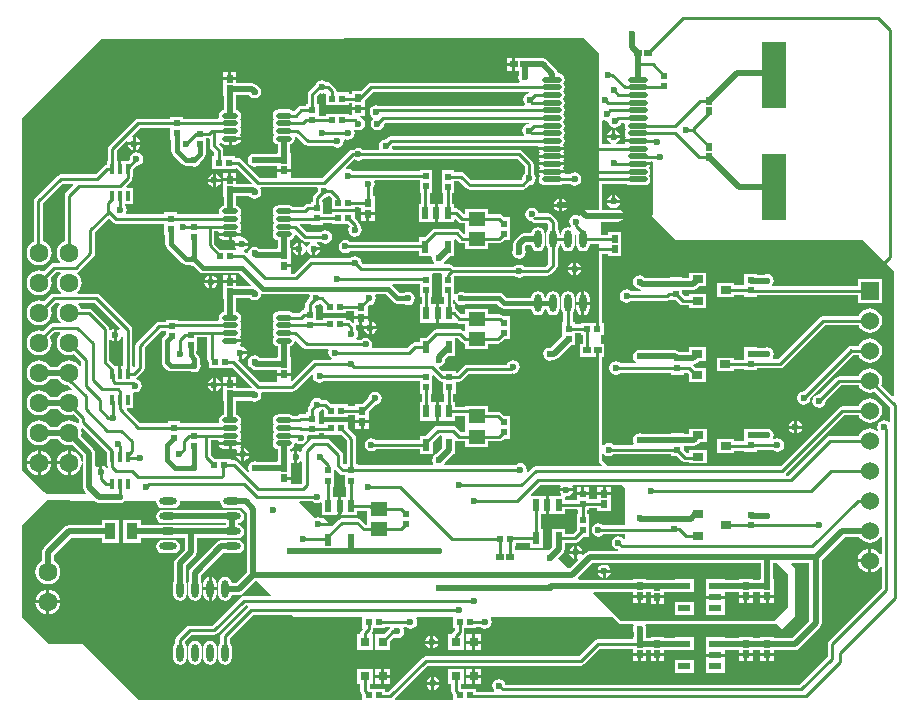
<source format=gtl>
G04 Layer_Physical_Order=1*
G04 Layer_Color=255*
%FSLAX25Y25*%
%MOIN*%
G70*
G01*
G75*
%ADD10C,0.01000*%
%ADD11C,0.00787*%
%ADD12R,0.02362X0.02165*%
%ADD13R,0.03150X0.03150*%
%ADD14R,0.01575X0.03347*%
%ADD15O,0.05905X0.02362*%
%ADD16R,0.04331X0.02362*%
%ADD17R,0.03740X0.05512*%
%ADD18O,0.02362X0.05905*%
%ADD19R,0.03740X0.02559*%
%ADD20O,0.06496X0.01968*%
%ADD21O,0.05315X0.01968*%
%ADD22R,0.02165X0.02362*%
%ADD23R,0.02441X0.02598*%
%ADD24R,0.08268X0.22047*%
%ADD25R,0.02598X0.02441*%
%ADD26R,0.02362X0.04134*%
%ADD27R,0.05512X0.04724*%
%ADD28C,0.01968*%
%ADD29C,0.01575*%
%ADD30C,0.06299*%
%ADD31R,0.06000X0.06000*%
%ADD32C,0.06000*%
%ADD33C,0.02362*%
G36*
X272599Y259095D02*
Y255709D01*
X272768Y254858D01*
X273250Y254136D01*
X273972Y253654D01*
X274823Y253485D01*
X275674Y253654D01*
X276395Y254136D01*
X276877Y254858D01*
X277047Y255709D01*
Y255951D01*
X280315D01*
Y229642D01*
X280126D01*
Y227559D01*
X279126D01*
Y229642D01*
X274098D01*
Y229187D01*
X272161D01*
Y229839D01*
X271352D01*
Y232847D01*
X271395Y232876D01*
X271877Y233598D01*
X272047Y234449D01*
Y237992D01*
X271877Y238843D01*
X271395Y239565D01*
X270674Y240047D01*
X269823Y240216D01*
X268972Y240047D01*
X268250Y239565D01*
X267768Y238843D01*
X267599Y237992D01*
Y234449D01*
X267768Y233598D01*
X268250Y232876D01*
X268293Y232847D01*
Y229839D01*
X267996D01*
Y225090D01*
X264315Y221409D01*
X263779Y221515D01*
X262929Y221346D01*
X262207Y220864D01*
X261725Y220142D01*
X261556Y219291D01*
X261725Y218440D01*
X262207Y217719D01*
X262929Y217237D01*
X263779Y217068D01*
X264631Y217237D01*
X264678Y217268D01*
X265059D01*
X265833Y217422D01*
X266490Y217861D01*
X270759Y222130D01*
X272161D01*
Y226128D01*
X274098D01*
Y225476D01*
X274750D01*
Y222693D01*
X273921D01*
Y218252D01*
X279185D01*
Y220472D01*
X280185D01*
Y218252D01*
X280315D01*
Y183063D01*
X281072Y182306D01*
X280881Y181844D01*
X259055D01*
X258470Y181728D01*
X257974Y181396D01*
X256518Y179941D01*
X256057Y180187D01*
X256161Y180709D01*
X255992Y181560D01*
X255509Y182281D01*
X254788Y182763D01*
X253937Y182932D01*
X253086Y182763D01*
X252364Y182281D01*
X252336Y182238D01*
X228914D01*
X228646Y182738D01*
X228826Y183007D01*
X228837Y183063D01*
X231549Y185774D01*
X231573Y185811D01*
X232299D01*
Y190106D01*
X232799Y190373D01*
X232879Y190319D01*
X233465Y190203D01*
X235614D01*
Y188370D01*
X243126D01*
Y190203D01*
X246949D01*
X247534Y190319D01*
X248030Y190651D01*
X248407Y191028D01*
X250508D01*
Y194374D01*
Y198736D01*
X248308D01*
X247538Y199507D01*
X247042Y199838D01*
X246457Y199955D01*
X243126D01*
Y201787D01*
X235614D01*
Y201628D01*
X232299D01*
Y203165D01*
X231647D01*
Y205988D01*
X232398D01*
Y209986D01*
X233563D01*
X234148Y210103D01*
X234645Y210434D01*
X236854Y212644D01*
X250787D01*
X251373Y212760D01*
X251392Y212773D01*
X251575Y212737D01*
X252426Y212906D01*
X253147Y213388D01*
X253629Y214110D01*
X253799Y214961D01*
X253629Y215812D01*
X253147Y216533D01*
X252426Y217015D01*
X251575Y217184D01*
X250724Y217015D01*
X250002Y216533D01*
X249520Y215812D01*
X249499Y215703D01*
X236221D01*
X235635Y215586D01*
X235139Y215255D01*
X232929Y213045D01*
X232398D01*
Y213697D01*
X228232D01*
Y213697D01*
X227952Y213581D01*
X226915Y214618D01*
X227080Y215160D01*
X227623Y215268D01*
X228344Y215750D01*
X228826Y216472D01*
X228995Y217323D01*
X228954Y217530D01*
X229912Y218488D01*
X232299D01*
Y224455D01*
X233225D01*
X234548Y223131D01*
X235045Y222800D01*
X235614Y222686D01*
Y220850D01*
X243126D01*
Y222683D01*
X246358D01*
X246943Y222800D01*
X247440Y223131D01*
X248407Y224098D01*
X250508D01*
Y227445D01*
Y231807D01*
X248309D01*
X248129Y231987D01*
X247633Y232318D01*
X247047Y232435D01*
X243126D01*
Y234268D01*
X235614D01*
Y232435D01*
X234295D01*
X232873Y233857D01*
X232377Y234189D01*
X232299Y234204D01*
Y235842D01*
X231647D01*
Y237146D01*
X232148Y237195D01*
X232197Y236944D01*
X232680Y236223D01*
X233401Y235741D01*
X234252Y235572D01*
X235103Y235741D01*
X235450Y235973D01*
X246095D01*
X247136Y234932D01*
X247136Y234932D01*
X247728Y234537D01*
X248425Y234398D01*
X248425Y234398D01*
X257609D01*
X257768Y233598D01*
X258250Y232876D01*
X258972Y232394D01*
X259823Y232225D01*
X260674Y232394D01*
X261395Y232876D01*
X261877Y233598D01*
X262037Y234398D01*
X262609D01*
X262768Y233598D01*
X263250Y232876D01*
X263972Y232394D01*
X264823Y232225D01*
X265674Y232394D01*
X266395Y232876D01*
X266877Y233598D01*
X267047Y234449D01*
Y237992D01*
X266877Y238843D01*
X266395Y239565D01*
X265674Y240047D01*
X264823Y240216D01*
X263972Y240047D01*
X263250Y239565D01*
X262768Y238843D01*
X262609Y238043D01*
X262037D01*
X261877Y238843D01*
X261395Y239565D01*
X260674Y240047D01*
X259823Y240216D01*
X258972Y240047D01*
X258250Y239565D01*
X257768Y238843D01*
X257609Y238043D01*
X249180D01*
X248139Y239084D01*
X247548Y239479D01*
X246850Y239618D01*
X246850Y239618D01*
X235450D01*
X235103Y239850D01*
X234252Y240019D01*
X233401Y239850D01*
X232680Y239368D01*
X232504Y239105D01*
X232004Y239257D01*
Y241618D01*
Y245321D01*
X251942D01*
X251971Y245278D01*
X252692Y244796D01*
X253543Y244627D01*
X254394Y244796D01*
X255116Y245278D01*
X255145Y245321D01*
X262992D01*
X263577Y245437D01*
X264074Y245769D01*
X265904Y247600D01*
X266236Y248096D01*
X266352Y248681D01*
Y254107D01*
X266395Y254136D01*
X266877Y254858D01*
X267047Y255709D01*
Y255951D01*
X267599D01*
Y255709D01*
X267768Y254858D01*
X268250Y254136D01*
X268972Y253654D01*
X269823Y253485D01*
X270674Y253654D01*
X271395Y254136D01*
X271877Y254858D01*
X272047Y255709D01*
Y258898D01*
X272547Y259137D01*
X272599Y259095D01*
D02*
G37*
G36*
X135713Y225593D02*
X134932Y224812D01*
X134537Y224221D01*
X134398Y223524D01*
X134398Y223524D01*
Y216535D01*
X134398Y216535D01*
X134537Y215838D01*
X134932Y215247D01*
X136113Y214066D01*
X136113Y214066D01*
X136704Y213671D01*
X137402Y213532D01*
X137402Y213532D01*
X144077D01*
X144425Y213300D01*
X145276Y213130D01*
X146127Y213300D01*
X146848Y213782D01*
X147330Y214503D01*
X147499Y215354D01*
X147330Y216205D01*
X147098Y216553D01*
Y217717D01*
X147098Y217717D01*
X146959Y218414D01*
X146564Y219005D01*
X146564Y219005D01*
X145917Y219653D01*
Y220161D01*
X146177D01*
Y224750D01*
X149652D01*
Y217618D01*
X149768Y217033D01*
X150083Y216562D01*
Y214453D01*
X157791D01*
Y214453D01*
X158071Y214569D01*
X164407Y208233D01*
X164216Y207771D01*
X159307D01*
Y208713D01*
X154866D01*
Y206913D01*
Y203449D01*
X155063D01*
Y199080D01*
X154738Y199015D01*
X154081Y198576D01*
X153643Y197920D01*
X153489Y197146D01*
X153594Y196616D01*
X153258Y196116D01*
X140665D01*
Y196768D01*
X136500D01*
Y196116D01*
X127307D01*
X122719Y200703D01*
X122911Y201165D01*
X124819D01*
Y206081D01*
X125319Y206492D01*
X125591Y206438D01*
X126442Y206607D01*
X127163Y207089D01*
X127645Y207810D01*
X127814Y208661D01*
X127645Y209512D01*
X127163Y210234D01*
X126442Y210716D01*
X125995Y210805D01*
X125930Y211077D01*
X125942Y211325D01*
X126377Y211615D01*
X128247Y213486D01*
X128578Y213982D01*
X128695Y214567D01*
Y221414D01*
X134196Y226916D01*
X135713D01*
Y225593D01*
D02*
G37*
G36*
X227839Y245980D02*
Y241618D01*
Y238272D01*
X228589D01*
Y235842D01*
X226878D01*
Y232776D01*
Y229709D01*
X232299D01*
X232299Y229709D01*
X232789Y229684D01*
X233076Y229492D01*
X233661Y229376D01*
X235614D01*
Y227045D01*
X235152Y226853D01*
X234940Y227066D01*
X234443Y227397D01*
X233858Y227514D01*
X225984D01*
X225399Y227397D01*
X224903Y227066D01*
X222459Y224622D01*
X220457D01*
Y223084D01*
X218799D01*
X218214Y222968D01*
X217718Y222637D01*
X216296Y221214D01*
X204721D01*
X204441Y221714D01*
X204586Y222441D01*
X204417Y223292D01*
X203935Y224013D01*
X203213Y224496D01*
X202362Y224665D01*
X201511Y224496D01*
X200790Y224013D01*
X200761Y223970D01*
X199381D01*
X199249Y224470D01*
X199692Y225133D01*
X199862Y225984D01*
X199692Y226835D01*
X199210Y227557D01*
X199167Y227586D01*
Y227953D01*
X199051Y228538D01*
X199050Y228539D01*
X199317Y229039D01*
X200287D01*
Y230839D01*
X198567D01*
Y229840D01*
X198105Y229648D01*
X197538Y230215D01*
X197042Y230547D01*
X196457Y230663D01*
X195980D01*
Y231217D01*
X188272D01*
Y230663D01*
X185941D01*
Y234563D01*
X185388D01*
Y235193D01*
X185776Y235582D01*
X185827Y235572D01*
X186678Y235741D01*
X187224Y236105D01*
X188272Y235058D01*
Y232957D01*
X195980D01*
Y233510D01*
X198567D01*
Y231839D01*
X200787D01*
Y231339D01*
D01*
Y231839D01*
X203008D01*
Y235097D01*
X203492Y235582D01*
X203543Y235572D01*
X204394Y235741D01*
X205116Y236223D01*
X205598Y236944D01*
X205767Y237795D01*
X205603Y238622D01*
X205597Y238711D01*
X205855Y239123D01*
X209088D01*
X211703Y236507D01*
X211703Y236507D01*
X212295Y236112D01*
X212992Y235973D01*
X212992Y235973D01*
X215337D01*
X215684Y235741D01*
X216535Y235572D01*
X217387Y235741D01*
X218108Y236223D01*
X218590Y236944D01*
X218759Y237795D01*
X218590Y238646D01*
X218108Y239368D01*
X217387Y239850D01*
X216535Y240019D01*
X215684Y239850D01*
X215337Y239618D01*
X213747D01*
X211300Y242065D01*
X211507Y242565D01*
X220358D01*
Y238272D01*
X221108D01*
Y235842D01*
X220457D01*
Y229709D01*
X225878D01*
Y232776D01*
Y235842D01*
X224167D01*
Y238272D01*
X224524D01*
Y241618D01*
Y245980D01*
X224971Y246108D01*
X227392D01*
X227839Y245980D01*
D02*
G37*
G36*
X255360Y281847D02*
Y279357D01*
X255317Y279328D01*
X254835Y278607D01*
X254666Y277756D01*
X254676Y277705D01*
X254091Y277120D01*
X237641D01*
X235333Y279428D01*
X234837Y279759D01*
X234252Y279876D01*
X232004D01*
Y280528D01*
X227839D01*
Y276165D01*
Y272819D01*
X228195D01*
Y269307D01*
X226484D01*
Y266240D01*
Y263173D01*
X231906D01*
Y264043D01*
X232405Y264250D01*
X233367Y263289D01*
X233864Y262957D01*
X234449Y262841D01*
X235614D01*
Y259207D01*
X235082D01*
X233759Y260530D01*
X233262Y260862D01*
X232677Y260978D01*
X225591D01*
X225005Y260862D01*
X224509Y260530D01*
X222065Y258087D01*
X220063D01*
Y256647D01*
X197271D01*
X197242Y256691D01*
X196520Y257173D01*
X195669Y257342D01*
X194818Y257173D01*
X194097Y256691D01*
X193615Y255969D01*
X193446Y255118D01*
X193615Y254267D01*
X194097Y253546D01*
X194818Y253064D01*
X195669Y252894D01*
X196520Y253064D01*
X197242Y253546D01*
X197271Y253589D01*
X220063D01*
Y251953D01*
X224191D01*
X224618Y251533D01*
X224548Y251181D01*
X224717Y250330D01*
X225160Y249667D01*
X225028Y249167D01*
X201421D01*
X201033Y249555D01*
X201043Y249606D01*
X200873Y250457D01*
X200391Y251179D01*
X199670Y251661D01*
X198819Y251830D01*
X197968Y251661D01*
X197246Y251179D01*
X197218Y251136D01*
X184252D01*
X183667Y251019D01*
X183170Y250688D01*
X178500Y246018D01*
X177775D01*
X177417Y246362D01*
Y248161D01*
X175197D01*
Y249161D01*
X177417D01*
Y249827D01*
Y254425D01*
X177121D01*
Y257200D01*
X177546Y257284D01*
X178202Y257723D01*
X178641Y258379D01*
X178751Y258931D01*
X179273Y259115D01*
X181202Y257186D01*
X181698Y256855D01*
X182283Y256738D01*
X183817D01*
X183968Y256238D01*
X183467Y255903D01*
X182985Y255182D01*
X182932Y254917D01*
X182422D01*
X182369Y255182D01*
X181887Y255903D01*
X181166Y256385D01*
X180815Y256455D01*
Y254331D01*
Y252206D01*
X181166Y252276D01*
X181887Y252758D01*
X182369Y253480D01*
X182422Y253745D01*
X182932D01*
X182985Y253480D01*
X183467Y252758D01*
X184188Y252276D01*
X184539Y252206D01*
Y254331D01*
X185039D01*
Y254831D01*
X187164D01*
X187094Y255182D01*
X186612Y255903D01*
X186110Y256238D01*
X186262Y256738D01*
X187375D01*
X187404Y256695D01*
X188125Y256213D01*
X188976Y256044D01*
X189827Y256213D01*
X190549Y256695D01*
X191031Y257417D01*
X191200Y258268D01*
X191031Y259119D01*
X190549Y259840D01*
X189827Y260322D01*
X188976Y260492D01*
X188125Y260322D01*
X187404Y259840D01*
X187375Y259797D01*
X182917D01*
X180434Y262280D01*
X180625Y262742D01*
X184138D01*
Y262287D01*
X188303D01*
Y262939D01*
X191028D01*
Y262484D01*
X196475D01*
X197050Y261909D01*
X196764Y261481D01*
X196595Y260630D01*
X196764Y259779D01*
X197246Y259057D01*
X197968Y258575D01*
X198819Y258406D01*
X199670Y258575D01*
X200391Y259057D01*
X200873Y259779D01*
X201043Y260630D01*
X200873Y261481D01*
X200391Y262202D01*
X200348Y262231D01*
Y262303D01*
X200232Y262888D01*
X199900Y263385D01*
X198736Y264549D01*
Y266650D01*
X191028D01*
Y265998D01*
X188303D01*
Y269996D01*
X187750D01*
Y270626D01*
X188532Y271408D01*
X188583Y271398D01*
X189434Y271568D01*
X190155Y272050D01*
X190595Y271809D01*
X191028Y271376D01*
Y267602D01*
X198736D01*
Y268156D01*
X200259D01*
X200438Y268036D01*
X200929Y267938D01*
Y266484D01*
X203150D01*
X205370D01*
Y267150D01*
Y271748D01*
X204679D01*
Y274383D01*
X204722Y274412D01*
X205204Y275133D01*
X205373Y275984D01*
X205229Y276711D01*
X205509Y277211D01*
X220358D01*
Y272917D01*
X220715D01*
Y269307D01*
X220063D01*
Y263173D01*
X225484D01*
Y266240D01*
Y269307D01*
X223774D01*
Y272917D01*
X224524D01*
Y276264D01*
Y280626D01*
X220358D01*
Y280270D01*
X198058D01*
X198029Y280313D01*
X197308Y280795D01*
X196457Y280964D01*
X195935Y280860D01*
X195689Y281321D01*
X198544Y284176D01*
X199149Y283772D01*
X200000Y283603D01*
X200851Y283772D01*
X201572Y284254D01*
X201601Y284297D01*
X252910D01*
X255360Y281847D01*
D02*
G37*
G36*
X184888Y212333D02*
X184784Y211811D01*
X184953Y210960D01*
X185435Y210239D01*
X186157Y209756D01*
X187008Y209587D01*
X187859Y209756D01*
X188580Y210239D01*
X188609Y210282D01*
X220358D01*
Y205988D01*
X221108D01*
Y203165D01*
X220457D01*
Y197031D01*
X225878D01*
Y200098D01*
Y203165D01*
X224167D01*
Y205988D01*
X224524D01*
Y209335D01*
Y212030D01*
X224986Y212222D01*
X226773Y210434D01*
X227269Y210103D01*
X227854Y209986D01*
X228232D01*
Y205988D01*
X228589D01*
Y203165D01*
X226878D01*
Y200098D01*
Y197031D01*
X232299D01*
Y198569D01*
X235614D01*
Y195063D01*
Y193262D01*
X234098D01*
X232577Y194782D01*
X232081Y195114D01*
X231496Y195230D01*
X226378D01*
X225793Y195114D01*
X225296Y194782D01*
X222459Y191945D01*
X220457D01*
Y190506D01*
X205932D01*
X205903Y190549D01*
X205182Y191031D01*
X204331Y191200D01*
X203480Y191031D01*
X202758Y190549D01*
X202276Y189827D01*
X202107Y188976D01*
X202276Y188125D01*
X202758Y187404D01*
X203480Y186922D01*
X204331Y186752D01*
X205182Y186922D01*
X205903Y187404D01*
X205932Y187447D01*
X220457D01*
Y185811D01*
X224819D01*
Y189979D01*
X227011Y192171D01*
X227531D01*
X227937Y191945D01*
Y187885D01*
X225976Y185924D01*
X225921Y185913D01*
X225199Y185431D01*
X224717Y184709D01*
X224548Y183858D01*
X224717Y183007D01*
X224897Y182738D01*
X224630Y182238D01*
X199721D01*
Y182595D01*
X199167D01*
Y191043D01*
X199051Y191629D01*
X198719Y192125D01*
X196374Y194470D01*
Y196571D01*
X188665D01*
Y195919D01*
X186728D01*
Y199917D01*
X187019Y200297D01*
X187072Y200308D01*
X187793Y200790D01*
X188285Y200793D01*
X188665Y200412D01*
Y198311D01*
X196374D01*
Y198864D01*
X198961D01*
Y197193D01*
X201181D01*
Y196693D01*
D01*
Y197193D01*
X203402D01*
Y197858D01*
Y200215D01*
X205461Y202274D01*
X205512Y202264D01*
X206363Y202434D01*
X207084Y202916D01*
X207566Y203637D01*
X207736Y204488D01*
X207566Y205339D01*
X207084Y206061D01*
X206363Y206543D01*
X205512Y206712D01*
X204661Y206543D01*
X203939Y206061D01*
X203457Y205339D01*
X203288Y204488D01*
X203298Y204437D01*
X201317Y202457D01*
X198961D01*
Y201923D01*
X196374D01*
Y202476D01*
X190927D01*
X189959Y203444D01*
X189463Y203775D01*
X188878Y203892D01*
X187822D01*
X187793Y203935D01*
X187072Y204417D01*
X186221Y204586D01*
X185370Y204417D01*
X184648Y203935D01*
X184166Y203213D01*
X183997Y202362D01*
X184007Y202311D01*
X183564Y201869D01*
X183233Y201373D01*
X183116Y200787D01*
Y199917D01*
X182563D01*
Y199266D01*
X180807D01*
X180222Y199149D01*
X179726Y198818D01*
X179583Y198675D01*
X178054D01*
X177546Y199015D01*
X176772Y199169D01*
X173425D01*
X172651Y199015D01*
X171995Y198576D01*
X171556Y197920D01*
X171402Y197146D01*
X171556Y196371D01*
X171894Y195866D01*
X171556Y195361D01*
X171402Y194587D01*
X171556Y193812D01*
X171894Y193307D01*
X171556Y192802D01*
X171402Y192027D01*
X171556Y191253D01*
X171894Y190748D01*
X171556Y190243D01*
X171402Y189469D01*
X171556Y188694D01*
X171995Y188038D01*
X172651Y187599D01*
X173174Y187495D01*
Y183559D01*
X172976D01*
Y183283D01*
X166410D01*
X166363Y183314D01*
X165512Y183484D01*
X164661Y183314D01*
X163939Y182832D01*
X163457Y182111D01*
X163288Y181260D01*
X163457Y180409D01*
X163560Y180254D01*
X163172Y179936D01*
X159743Y183365D01*
X159247Y183696D01*
X158661Y183813D01*
X157398D01*
Y184366D01*
X151950D01*
X150742Y185574D01*
Y190498D01*
X153258D01*
X153594Y189998D01*
X153588Y189969D01*
X157185D01*
X160782D01*
X160727Y190243D01*
X160390Y190748D01*
X160727Y191253D01*
X160881Y192027D01*
X160727Y192802D01*
X160390Y193307D01*
X160727Y193812D01*
X160881Y194587D01*
X160727Y195361D01*
X160390Y195866D01*
X160727Y196371D01*
X160881Y197146D01*
X160727Y197920D01*
X160289Y198576D01*
X159633Y199015D01*
X159110Y199119D01*
Y203449D01*
X159307D01*
Y203725D01*
X164103D01*
X164503Y203457D01*
X165354Y203288D01*
X166205Y203457D01*
X166927Y203939D01*
X167409Y204661D01*
X167578Y205512D01*
X167434Y206238D01*
X167714Y206738D01*
X177953D01*
X178538Y206855D01*
X179034Y207186D01*
X184427Y212579D01*
X184888Y212333D01*
D02*
G37*
G36*
X193702Y179332D02*
X194198Y179000D01*
X194783Y178884D01*
X195555D01*
Y174886D01*
X195912D01*
Y171669D01*
X194201D01*
Y168602D01*
Y165535D01*
X199622D01*
Y167073D01*
X202937D01*
Y162356D01*
X202405D01*
X200688Y164074D01*
X200192Y164405D01*
X199606Y164522D01*
X194488D01*
X193903Y164405D01*
X193407Y164074D01*
X191241Y161908D01*
X188583Y164567D01*
X187594D01*
X187465Y164653D01*
X186614Y164822D01*
X185763Y164653D01*
X185634Y164567D01*
X185433D01*
X180338Y169662D01*
X180529Y170124D01*
X184619D01*
X184648Y170081D01*
X185370Y169599D01*
X186221Y169430D01*
X187072Y169599D01*
X187339Y169777D01*
X187779Y169542D01*
Y165535D01*
X193201D01*
Y168602D01*
Y171669D01*
X191490D01*
Y174886D01*
X191847D01*
Y178232D01*
Y180506D01*
X191870Y180525D01*
X192347Y180687D01*
X193702Y179332D01*
D02*
G37*
G36*
X186503Y274348D02*
X186359Y273622D01*
X186369Y273571D01*
X185139Y272341D01*
X184808Y271845D01*
X184691Y271260D01*
Y269996D01*
X184138D01*
Y269344D01*
X183169D01*
X182584Y269228D01*
X182088Y268896D01*
X181552Y268360D01*
X178054D01*
X177546Y268700D01*
X176772Y268854D01*
X173425D01*
X172651Y268700D01*
X171995Y268261D01*
X171556Y267605D01*
X171402Y266831D01*
X171556Y266056D01*
X171894Y265551D01*
X171556Y265046D01*
X171402Y264272D01*
X171556Y263497D01*
X171894Y262992D01*
X171556Y262487D01*
X171402Y261713D01*
X171556Y260938D01*
X171894Y260433D01*
X171556Y259928D01*
X171402Y259154D01*
X171556Y258379D01*
X171995Y257723D01*
X172651Y257284D01*
X173075Y257200D01*
Y254425D01*
X172976D01*
Y254149D01*
X167047D01*
X166927Y254328D01*
X166205Y254811D01*
X165354Y254980D01*
X164503Y254811D01*
X163782Y254328D01*
X163300Y253607D01*
X163192Y253064D01*
X162649Y252900D01*
X162499Y253050D01*
X162003Y253381D01*
X161946Y253591D01*
X161951Y253902D01*
X162596Y254333D01*
X163078Y255054D01*
X163148Y255405D01*
X158899D01*
X158969Y255054D01*
X159305Y254551D01*
X159042Y254051D01*
X153919D01*
X151923Y256047D01*
Y260183D01*
X153258D01*
X153594Y259683D01*
X153588Y259653D01*
X157185D01*
X160782D01*
X160727Y259928D01*
X160390Y260433D01*
X160727Y260938D01*
X160881Y261713D01*
X160727Y262487D01*
X160390Y262992D01*
X160727Y263497D01*
X160881Y264272D01*
X160727Y265046D01*
X160390Y265551D01*
X160727Y266056D01*
X160881Y266831D01*
X160727Y267605D01*
X160289Y268261D01*
X159633Y268700D01*
X159208Y268784D01*
Y271559D01*
X159307D01*
Y271835D01*
X163662D01*
X163782Y271656D01*
X164503Y271174D01*
X165354Y271005D01*
X166205Y271174D01*
X166927Y271656D01*
X167409Y272377D01*
X167578Y273228D01*
X167409Y274079D01*
X167229Y274349D01*
X167496Y274849D01*
X186223D01*
X186503Y274348D01*
D02*
G37*
G36*
X120459Y227772D02*
X120140Y227383D01*
X119749Y227645D01*
X119398Y227715D01*
Y225590D01*
Y223466D01*
X119749Y223536D01*
X120470Y224018D01*
X120952Y224740D01*
X121002Y224991D01*
X121502Y224941D01*
Y215370D01*
X120972D01*
Y212697D01*
X119972D01*
Y215370D01*
X118683D01*
X116884Y217169D01*
Y223847D01*
X117384Y223979D01*
X118047Y223536D01*
X118398Y223466D01*
Y225590D01*
Y227715D01*
X118047Y227645D01*
X117384Y227202D01*
X116884Y227334D01*
Y227559D01*
X116767Y228144D01*
X116436Y228641D01*
X111160Y233916D01*
X110664Y234248D01*
X110079Y234364D01*
X107467D01*
X107168Y235085D01*
X106645Y235766D01*
X106883Y236266D01*
X111965D01*
X120459Y227772D01*
D02*
G37*
G36*
X367620Y157541D02*
X368455Y156900D01*
X369428Y156497D01*
X370472Y156359D01*
X371517Y156497D01*
X372490Y156900D01*
X373325Y157541D01*
X373955Y158361D01*
X374004Y158367D01*
X374455Y158249D01*
Y152538D01*
X374004Y152421D01*
X373955Y152426D01*
X373325Y153246D01*
X372490Y153888D01*
X371517Y154291D01*
X370972Y154362D01*
Y150394D01*
Y146425D01*
X371517Y146497D01*
X372490Y146900D01*
X373325Y147541D01*
X373955Y148361D01*
X374004Y148367D01*
X374455Y148249D01*
Y141185D01*
X356793Y123522D01*
X356461Y123026D01*
X356345Y122441D01*
Y118350D01*
X347004Y109010D01*
X249005D01*
X248905Y109512D01*
X248423Y110234D01*
X247701Y110716D01*
X246850Y110885D01*
X245999Y110716D01*
X245278Y110234D01*
X244796Y109512D01*
X244627Y108661D01*
X244796Y107810D01*
X245239Y107148D01*
X245107Y106648D01*
X239287D01*
Y107595D01*
X234010D01*
Y109236D01*
X235055D01*
Y114386D01*
X229906D01*
Y109236D01*
X230951D01*
Y106791D01*
X231067Y106206D01*
X231399Y105710D01*
X231579Y105530D01*
Y103937D01*
X212319D01*
X212112Y104437D01*
X223074Y115400D01*
X274016D01*
X274601Y115516D01*
X275097Y115848D01*
X280318Y121069D01*
X291480D01*
Y119634D01*
X293701D01*
Y119134D01*
D01*
Y119634D01*
X295921D01*
Y120615D01*
X297386D01*
Y119634D01*
X299606D01*
X301827D01*
Y120615D01*
X305496D01*
Y120457D01*
X311827D01*
Y124819D01*
X305496D01*
Y124661D01*
X301827D01*
Y124898D01*
X297386D01*
Y124661D01*
X295921D01*
Y124898D01*
X295724D01*
Y126661D01*
X295755Y126708D01*
X295925Y127559D01*
X295755Y128410D01*
X295498Y128795D01*
X295765Y129295D01*
X338583Y129295D01*
X338973Y129373D01*
X339304Y129594D01*
X341339Y127559D01*
X345669Y131890D01*
Y147638D01*
X344217Y149090D01*
X344409Y149552D01*
X350339D01*
Y130366D01*
X344595Y124621D01*
X338441D01*
Y124898D01*
X334000D01*
Y124621D01*
X331354D01*
Y124898D01*
X326913D01*
Y124661D01*
X322063D01*
Y124819D01*
X315732D01*
Y120457D01*
Y119398D01*
X318898D01*
X322063D01*
Y120615D01*
X326913D01*
Y119634D01*
X329134D01*
Y119134D01*
D01*
Y119634D01*
X331354D01*
Y120575D01*
X334000D01*
Y119634D01*
X336221D01*
X338441D01*
Y120575D01*
X345433D01*
X346207Y120729D01*
X346864Y121168D01*
X353793Y128097D01*
X354231Y128753D01*
X354385Y129528D01*
Y150737D01*
X362019Y158371D01*
X366983D01*
X367620Y157541D01*
D02*
G37*
G36*
X298031Y283353D02*
Y265748D01*
X297638Y265354D01*
X305906Y257087D01*
X368110D01*
X378346Y246850D01*
Y205336D01*
X377885Y205145D01*
X374167Y208862D01*
X374370Y209349D01*
X374507Y210394D01*
X374370Y211438D01*
X373966Y212411D01*
X373325Y213246D01*
X372490Y213888D01*
X371517Y214291D01*
X370472Y214428D01*
X369428Y214291D01*
X368455Y213888D01*
X367620Y213246D01*
X366978Y212411D01*
X366744Y211844D01*
X360315D01*
X359730Y211728D01*
X359233Y211396D01*
X353594Y205757D01*
X353543Y205767D01*
X352692Y205598D01*
X351971Y205116D01*
X351489Y204394D01*
X351320Y203543D01*
X351489Y202692D01*
X351971Y201971D01*
X352692Y201489D01*
X353543Y201320D01*
X354394Y201489D01*
X355116Y201971D01*
X355598Y202692D01*
X355767Y203543D01*
X355757Y203594D01*
X360948Y208786D01*
X366809D01*
X366978Y208376D01*
X367620Y207541D01*
X368455Y206900D01*
X369428Y206497D01*
X370472Y206359D01*
X371517Y206497D01*
X372005Y206699D01*
X377211Y201493D01*
Y196625D01*
X376711Y196493D01*
X376048Y196936D01*
X375197Y197106D01*
X374346Y196936D01*
X373624Y196454D01*
X373142Y195733D01*
X372973Y194882D01*
X373142Y194031D01*
X373161Y194003D01*
X372791Y193656D01*
X372490Y193888D01*
X371517Y194291D01*
X370472Y194428D01*
X369428Y194291D01*
X368455Y193888D01*
X367620Y193246D01*
X366978Y192411D01*
X366776Y191923D01*
X357323D01*
X356738Y191807D01*
X356241Y191475D01*
X343461Y178695D01*
X342514D01*
X342362Y179195D01*
X342420Y179234D01*
X361972Y198786D01*
X366809D01*
X366978Y198376D01*
X367620Y197541D01*
X368455Y196900D01*
X369428Y196497D01*
X370472Y196359D01*
X371517Y196497D01*
X372490Y196900D01*
X373325Y197541D01*
X373966Y198376D01*
X374370Y199349D01*
X374507Y200394D01*
X374370Y201438D01*
X373966Y202411D01*
X373325Y203246D01*
X372490Y203888D01*
X371517Y204291D01*
X370472Y204428D01*
X369428Y204291D01*
X368455Y203888D01*
X367620Y203246D01*
X366978Y202411D01*
X366744Y201844D01*
X361339D01*
X360753Y201728D01*
X360257Y201396D01*
X340705Y181844D01*
X283116D01*
X281334Y183626D01*
Y185764D01*
X281835Y185915D01*
X281892Y185829D01*
X282613Y185347D01*
X283465Y185178D01*
X284316Y185347D01*
X285037Y185829D01*
X285066Y185872D01*
X304217D01*
Y185122D01*
X306317D01*
X307875Y183564D01*
X308371Y183233D01*
X308957Y183116D01*
X310319D01*
Y182760D01*
X316059D01*
Y187319D01*
X310319D01*
Y186175D01*
X309590D01*
X308382Y187383D01*
Y188627D01*
X311713D01*
X312487Y188780D01*
X313143Y189219D01*
X313771Y189847D01*
X316059D01*
Y194405D01*
X310319D01*
Y192673D01*
X308382D01*
Y192831D01*
X304217D01*
Y192574D01*
X294599D01*
X294552Y192606D01*
X293701Y192775D01*
X292850Y192606D01*
X292128Y192124D01*
X291646Y191402D01*
X291477Y190551D01*
X291646Y189700D01*
X291826Y189431D01*
X291559Y188931D01*
X285066D01*
X285037Y188974D01*
X284316Y189456D01*
X283465Y189625D01*
X282613Y189456D01*
X281892Y188974D01*
X281835Y188888D01*
X281334Y189040D01*
Y218252D01*
X281984D01*
Y222693D01*
X280709D01*
Y225476D01*
X281807D01*
Y229642D01*
X281334D01*
Y252644D01*
X283213D01*
Y251874D01*
X287653D01*
Y255339D01*
Y259937D01*
X283213D01*
Y259010D01*
X280709D01*
Y263331D01*
X286496D01*
X287270Y263485D01*
X287927Y263924D01*
X288365Y264580D01*
X288519Y265354D01*
X288365Y266128D01*
X287927Y266785D01*
X287270Y267224D01*
X286496Y267377D01*
X285202D01*
X285153Y267877D01*
X285394Y267926D01*
X285890Y268024D01*
X286612Y268506D01*
X287094Y269228D01*
X287164Y269579D01*
X282915D01*
X282985Y269228D01*
X283467Y268506D01*
X284188Y268024D01*
X284684Y267926D01*
X284926Y267877D01*
X284877Y267377D01*
X281334D01*
Y275931D01*
X289465D01*
X289974Y275591D01*
X290748Y275437D01*
X295276D01*
X296050Y275591D01*
X296706Y276030D01*
X297145Y276686D01*
X297299Y277461D01*
X297145Y278235D01*
X296807Y278740D01*
X297145Y279245D01*
X297299Y280020D01*
X297145Y280794D01*
X296807Y281299D01*
X297145Y281804D01*
X297199Y282079D01*
X293012D01*
Y283079D01*
X297266D01*
X297532Y283426D01*
X298031Y283353D01*
D02*
G37*
G36*
X111804Y170374D02*
X111955Y170223D01*
X112612Y169784D01*
X113386Y169630D01*
X119574D01*
X119621Y169599D01*
X120472Y169430D01*
X121324Y169599D01*
X122045Y170081D01*
X122197Y170309D01*
X132499Y170245D01*
X132619Y170098D01*
X132788Y169247D01*
X133270Y168526D01*
X133992Y168044D01*
X134843Y167875D01*
X138386D01*
X139237Y168044D01*
X139958Y168526D01*
X140440Y169247D01*
X140610Y170098D01*
X140688Y170194D01*
X153868Y170111D01*
X153878Y170098D01*
X154048Y169247D01*
X154530Y168526D01*
X155251Y168044D01*
X156102Y167875D01*
X159646D01*
X160497Y168044D01*
X160544Y168075D01*
X161059D01*
X162937Y166196D01*
Y146507D01*
X159398Y142968D01*
X157705D01*
X157586Y143568D01*
X157104Y144289D01*
X156383Y144771D01*
X155532Y144940D01*
X154681Y144771D01*
X153959Y144289D01*
X153477Y143568D01*
X153308Y142717D01*
Y139173D01*
X153477Y138322D01*
X153959Y137601D01*
X154681Y137119D01*
X155532Y136949D01*
X156383Y137119D01*
X157104Y137601D01*
X157586Y138322D01*
X157705Y138922D01*
X160236D01*
X161010Y139076D01*
X161667Y139514D01*
X165726Y143574D01*
X166269D01*
X170843Y138999D01*
X170652Y138537D01*
X161811D01*
X161226Y138421D01*
X160730Y138089D01*
X151335Y128695D01*
X143701D01*
X143115Y128578D01*
X142619Y128247D01*
X139450Y125077D01*
X139119Y124581D01*
X139002Y123996D01*
Y123058D01*
X138959Y123029D01*
X138477Y122308D01*
X138308Y121457D01*
Y117913D01*
X138477Y117062D01*
X138959Y116341D01*
X139681Y115859D01*
X140532Y115690D01*
X141383Y115859D01*
X142104Y116341D01*
X142586Y117062D01*
X142755Y117913D01*
Y121457D01*
X142586Y122308D01*
X142104Y123029D01*
X142200Y123501D01*
X144334Y125636D01*
X151969D01*
X152554Y125752D01*
X153050Y126084D01*
X162444Y135478D01*
X162998D01*
X163150Y134978D01*
X163092Y134940D01*
X154450Y126298D01*
X154119Y125802D01*
X154002Y125216D01*
Y123058D01*
X153959Y123029D01*
X153477Y122308D01*
X153308Y121457D01*
Y117913D01*
X153477Y117062D01*
X153959Y116341D01*
X154681Y115859D01*
X155532Y115690D01*
X156383Y115859D01*
X157104Y116341D01*
X157586Y117062D01*
X157755Y117913D01*
Y121457D01*
X157586Y122308D01*
X157104Y123029D01*
X157061Y123058D01*
Y124583D01*
X164807Y132329D01*
X177514D01*
X178347Y131496D01*
X201264D01*
Y127839D01*
X201264D01*
X201380Y127558D01*
X201084Y127263D01*
X200752Y126766D01*
X200636Y126181D01*
Y125803D01*
X199591D01*
Y120653D01*
X204740D01*
Y125803D01*
X204604D01*
X204412Y126265D01*
X204526Y126379D01*
X204858Y126875D01*
X204974Y127461D01*
Y127839D01*
X208972D01*
Y128392D01*
X210439D01*
X210591Y127892D01*
X210533Y127853D01*
X208483Y125803D01*
X205496D01*
Y120653D01*
X210646D01*
Y123640D01*
X211890Y124885D01*
X212141Y124717D01*
X212992Y124548D01*
X213843Y124717D01*
X214565Y125199D01*
X215047Y125921D01*
X215216Y126772D01*
X215047Y127623D01*
X214867Y127892D01*
X215134Y128392D01*
X215722D01*
X215750Y128349D01*
X216472Y127867D01*
X217323Y127697D01*
X218174Y127867D01*
X218895Y128349D01*
X219377Y129070D01*
X219547Y129921D01*
X219377Y130772D01*
X219228Y130996D01*
X219495Y131496D01*
X231579D01*
Y127839D01*
X232230D01*
Y127307D01*
X231399Y126475D01*
X231067Y125979D01*
X231032Y125803D01*
X229906D01*
Y120653D01*
X235055D01*
Y125803D01*
X235055Y125803D01*
X235139Y126038D01*
X235173Y126088D01*
X235289Y126673D01*
Y127839D01*
X239287D01*
Y128392D01*
X240525D01*
X240553Y128349D01*
X241275Y127867D01*
X242126Y127697D01*
X242977Y127867D01*
X243699Y128349D01*
X244180Y129070D01*
X244350Y129921D01*
X244180Y130772D01*
X244031Y130996D01*
X244298Y131496D01*
X284778D01*
X286681Y129594D01*
X287011Y129373D01*
X287402Y129295D01*
X291636D01*
X291904Y128795D01*
X291646Y128410D01*
X291477Y127559D01*
X291646Y126708D01*
X291678Y126661D01*
Y124898D01*
X291480D01*
Y124128D01*
X279685D01*
X279100Y124011D01*
X278604Y123680D01*
X273382Y118458D01*
X222441D01*
X221856Y118342D01*
X221359Y118011D01*
X209996Y106648D01*
X208972D01*
Y107595D01*
X203695D01*
Y109236D01*
X204740D01*
Y114386D01*
X199591D01*
Y109236D01*
X200636D01*
Y106791D01*
X200752Y106206D01*
X201084Y105710D01*
X201264Y105530D01*
Y103937D01*
X126772D01*
X108268Y122441D01*
X96850D01*
X87795Y131496D01*
Y162205D01*
X96063Y170472D01*
X111804Y170374D01*
D02*
G37*
G36*
X343307Y145669D02*
Y135039D01*
X338583Y130315D01*
X287402Y130315D01*
X278312Y139405D01*
X278503Y139867D01*
X291480D01*
Y138925D01*
X293701D01*
X295921D01*
Y139867D01*
X297386D01*
Y138768D01*
X299606D01*
X301827D01*
Y139906D01*
X305496D01*
Y139748D01*
X311827D01*
Y144110D01*
X305496D01*
Y143952D01*
X301827D01*
Y144032D01*
X297386D01*
Y143913D01*
X295921D01*
Y144189D01*
X291480D01*
Y143913D01*
X273804D01*
X273084Y144632D01*
X278003Y149552D01*
X281727D01*
X281776Y149052D01*
X281535Y149004D01*
X281039Y148905D01*
X280317Y148423D01*
X279835Y147701D01*
X279765Y147350D01*
X284014D01*
X283944Y147701D01*
X283462Y148423D01*
X282741Y148905D01*
X282245Y149004D01*
X282003Y149052D01*
X282052Y149552D01*
X334197D01*
Y144189D01*
X334000D01*
Y143913D01*
X331354D01*
Y144189D01*
X326913D01*
Y143952D01*
X322063D01*
Y144110D01*
X315732D01*
Y139748D01*
Y138689D01*
X318898D01*
X322063D01*
Y139906D01*
X326913D01*
Y138925D01*
X329134D01*
X331354D01*
Y139867D01*
X334000D01*
Y138925D01*
X336221D01*
X338441D01*
Y139591D01*
Y144189D01*
X338244D01*
Y149552D01*
X339425D01*
X343307Y145669D01*
D02*
G37*
G36*
X137287Y290634D02*
X137548D01*
Y287008D01*
X137548Y287008D01*
X137686Y286311D01*
X138081Y285719D01*
X141231Y282570D01*
X141231Y282570D01*
X141822Y282175D01*
X142520Y282036D01*
X142520Y282036D01*
X144077D01*
X144425Y281804D01*
X145276Y281634D01*
X146127Y281804D01*
X146848Y282286D01*
X147330Y283007D01*
X147412Y283417D01*
X148533Y284538D01*
X148533Y284538D01*
X148928Y285129D01*
X149066Y285827D01*
Y287090D01*
X149327D01*
Y291089D01*
X150098D01*
X150439Y290809D01*
Y288583D01*
X150556Y287997D01*
X150887Y287501D01*
X151916Y286473D01*
Y285154D01*
X151264D01*
Y280988D01*
X158972D01*
Y281071D01*
X159472Y281278D01*
X164369Y276381D01*
X164162Y275881D01*
X159307D01*
Y276823D01*
X154866D01*
Y275024D01*
Y271559D01*
X155162D01*
Y268784D01*
X154738Y268700D01*
X154081Y268261D01*
X153643Y267605D01*
X153489Y266831D01*
X153594Y266301D01*
X153258Y265801D01*
X139484D01*
Y266453D01*
X135319D01*
Y265801D01*
X122609D01*
X122373Y266242D01*
X122527Y266472D01*
X122696Y267323D01*
X122527Y268174D01*
X122125Y268776D01*
X122274Y269184D01*
X122346Y269276D01*
X124819D01*
Y274622D01*
X122714D01*
X122522Y275084D01*
X124113Y276675D01*
X124444Y277171D01*
X124561Y277756D01*
Y278134D01*
X124819D01*
Y280924D01*
X125933Y282038D01*
X125984Y282028D01*
X126835Y282197D01*
X127557Y282680D01*
X128039Y283401D01*
X128208Y284252D01*
X128039Y285103D01*
X127557Y285824D01*
X126835Y286307D01*
X125984Y286476D01*
X125133Y286307D01*
X124412Y285824D01*
X123930Y285103D01*
X123760Y284252D01*
X123770Y284201D01*
X123050Y283480D01*
X120972D01*
Y280807D01*
X119972D01*
Y283480D01*
X119443D01*
Y286965D01*
X122616Y290138D01*
X123077Y289892D01*
X123073Y289870D01*
X124697D01*
Y291494D01*
X124675Y291490D01*
X124429Y291951D01*
X127110Y294632D01*
X137287D01*
Y290634D01*
D02*
G37*
G36*
X281826Y297158D02*
X282677Y296989D01*
X282769Y297007D01*
X283260Y296595D01*
X283379Y295999D01*
X283861Y295278D01*
X284582Y294796D01*
X285433Y294627D01*
X286284Y294796D01*
X287006Y295278D01*
X287488Y295999D01*
X287568Y296404D01*
X288494D01*
X288830Y295904D01*
X288725Y295374D01*
X288879Y294600D01*
X289217Y294094D01*
X288879Y293589D01*
X288725Y292815D01*
X288879Y292041D01*
X289217Y291535D01*
X288879Y291030D01*
X288824Y290756D01*
X293012D01*
Y289756D01*
X288824D01*
X288830Y289726D01*
X288494Y289226D01*
X286046D01*
X285978Y289423D01*
X285963Y289726D01*
X286612Y290160D01*
X287094Y290881D01*
X287164Y291232D01*
X282915D01*
X282985Y290881D01*
X283467Y290160D01*
X284116Y289726D01*
X284100Y289423D01*
X284033Y289226D01*
X281334D01*
Y296956D01*
X281775Y297192D01*
X281826Y297158D01*
D02*
G37*
G36*
X288976Y174409D02*
Y162159D01*
X281523D01*
X281494Y162202D01*
X280772Y162685D01*
X279921Y162854D01*
X279070Y162685D01*
X278349Y162202D01*
X277867Y161481D01*
X277697Y160630D01*
X277867Y159779D01*
X278349Y159057D01*
X279070Y158575D01*
X279921Y158406D01*
X280772Y158575D01*
X281494Y159057D01*
X281523Y159100D01*
X288976D01*
Y157590D01*
X288476Y157438D01*
X288187Y157872D01*
X287465Y158354D01*
X286614Y158523D01*
X285763Y158354D01*
X285042Y157872D01*
X284560Y157150D01*
X284390Y156299D01*
X284560Y155448D01*
X285042Y154727D01*
X285763Y154245D01*
X286501Y154098D01*
X286452Y153598D01*
X277165D01*
X276391Y153444D01*
X275735Y153005D01*
X275000Y152270D01*
X274539Y152516D01*
X274565Y152650D01*
X272941D01*
Y151025D01*
X273074Y151052D01*
X273320Y150591D01*
X270494Y147765D01*
X269952D01*
X266588Y151128D01*
X268163Y152703D01*
X268601Y153360D01*
X268755Y154134D01*
Y154709D01*
X268913D01*
Y156246D01*
X272047D01*
X272633Y156363D01*
X273129Y156694D01*
X274785Y158350D01*
X276886D01*
Y161697D01*
Y166059D01*
X276332D01*
Y167110D01*
X276886D01*
Y167762D01*
X279669D01*
Y166835D01*
X284110D01*
Y170299D01*
Y172098D01*
X279669D01*
Y170821D01*
X276886D01*
Y172138D01*
X272721D01*
Y170526D01*
X268913D01*
Y171482D01*
X269291Y171792D01*
X270142Y171961D01*
X270864Y172443D01*
X271346Y173165D01*
X271416Y173516D01*
X267167D01*
X267237Y173165D01*
X267639Y172563D01*
X267457Y172063D01*
X263492D01*
Y168996D01*
Y165929D01*
X268913D01*
Y167467D01*
X272721D01*
Y167110D01*
X273274D01*
Y166059D01*
X272721D01*
Y161697D01*
Y160612D01*
X271414Y159305D01*
X268913D01*
Y160843D01*
X264551D01*
Y154814D01*
X263533Y153795D01*
X252022D01*
Y155398D01*
X252673D01*
Y156246D01*
X257071D01*
Y154709D01*
X261433D01*
Y160843D01*
X260781D01*
Y165929D01*
X262492D01*
Y168996D01*
Y172063D01*
X257610D01*
X257403Y172563D01*
X260476Y175636D01*
X267149D01*
X267417Y175136D01*
X267237Y174867D01*
X267167Y174516D01*
X271416D01*
X271346Y174867D01*
X271166Y175136D01*
X271433Y175636D01*
X287749D01*
X288976Y174409D01*
D02*
G37*
G36*
X188665Y192405D02*
X194113D01*
X196108Y190410D01*
Y182595D01*
X195555D01*
Y182595D01*
X195055Y182574D01*
X194836Y182739D01*
Y185433D01*
X194720Y186018D01*
X194388Y186514D01*
X190452Y190452D01*
X189955Y190783D01*
X189370Y190900D01*
X185039D01*
X184454Y190783D01*
X183958Y190452D01*
X181596Y188089D01*
X181264Y187593D01*
X181148Y187008D01*
Y186783D01*
X180648Y186651D01*
X179985Y187094D01*
X179634Y187164D01*
Y185039D01*
Y182915D01*
X179985Y182985D01*
X180648Y183428D01*
X181148Y183296D01*
Y176224D01*
X180863Y175939D01*
X177417D01*
Y177295D01*
X175197D01*
Y178295D01*
X177417D01*
Y178961D01*
Y182962D01*
X177917Y183229D01*
X178283Y182985D01*
X178634Y182915D01*
Y185039D01*
Y187164D01*
X178283Y187094D01*
X177720Y186718D01*
X177220Y186932D01*
Y187534D01*
X177546Y187599D01*
X178202Y188038D01*
X178641Y188694D01*
X178789Y189442D01*
X178813Y189464D01*
X178894Y189514D01*
X179262Y189682D01*
X179858Y189284D01*
X180709Y189115D01*
X181560Y189284D01*
X182281Y189766D01*
X182763Y190488D01*
X182932Y191339D01*
X182859Y191709D01*
X183269Y192209D01*
X186728D01*
Y192860D01*
X188665D01*
Y192405D01*
D02*
G37*
G36*
X116126Y186435D02*
Y182071D01*
X116384D01*
Y181693D01*
X116456Y181331D01*
X115985Y181135D01*
X115746Y181494D01*
X115024Y181976D01*
X114673Y182046D01*
Y179921D01*
X113673D01*
Y182046D01*
X113322Y181976D01*
X112759Y181600D01*
X112259Y181814D01*
Y186299D01*
X112105Y187073D01*
X111667Y187730D01*
X107557Y191839D01*
X107586Y191909D01*
X107729Y192992D01*
X107586Y194075D01*
X107450Y194405D01*
X107874Y194688D01*
X116126Y186435D01*
D02*
G37*
G36*
X118112Y263190D02*
X118608Y262859D01*
X119193Y262742D01*
X135319D01*
Y258744D01*
X135579D01*
Y255906D01*
X135579Y255906D01*
X135718Y255208D01*
X136113Y254617D01*
X141231Y249499D01*
X141822Y249104D01*
X142520Y248965D01*
X142520Y248965D01*
X144077D01*
X144425Y248733D01*
X144834Y248651D01*
X146743Y246743D01*
X146743Y246743D01*
X147334Y246348D01*
X148031Y246209D01*
X148031Y246209D01*
X160269D01*
X164150Y242328D01*
X163959Y241866D01*
X159307D01*
Y242807D01*
X154866D01*
Y241008D01*
Y237543D01*
X155063D01*
Y233332D01*
X154738Y233267D01*
X154081Y232828D01*
X153643Y232172D01*
X153489Y231398D01*
X153594Y230868D01*
X153258Y230368D01*
X139878D01*
Y230626D01*
X135713D01*
Y229974D01*
X133563D01*
X132978Y229858D01*
X132482Y229526D01*
X126084Y223129D01*
X125752Y222633D01*
X125636Y222047D01*
Y215200D01*
X125281Y214845D01*
X124819Y215037D01*
Y215370D01*
X124561D01*
Y227362D01*
X124444Y227947D01*
X124113Y228444D01*
X113680Y238877D01*
X113184Y239208D01*
X112598Y239325D01*
X106402D01*
X106232Y239825D01*
X106503Y240033D01*
X107168Y240899D01*
X107586Y241909D01*
X107729Y242992D01*
X107586Y244075D01*
X107168Y245085D01*
X106503Y245952D01*
X106338Y246078D01*
X106462Y246613D01*
X106491Y246619D01*
X106987Y246950D01*
X111711Y251675D01*
X112043Y252171D01*
X112159Y252756D01*
Y259996D01*
X116732Y264569D01*
X118112Y263190D01*
D02*
G37*
G36*
X168110Y239123D02*
X183515D01*
X183773Y238711D01*
X183767Y238622D01*
X183603Y237795D01*
X183613Y237744D01*
X182777Y236908D01*
X182445Y236412D01*
X182329Y235827D01*
Y234563D01*
X181776D01*
Y233869D01*
X181403Y233795D01*
X180907Y233463D01*
X180370Y232927D01*
X178054D01*
X177546Y233267D01*
X176772Y233421D01*
X173425D01*
X172651Y233267D01*
X171995Y232828D01*
X171556Y232172D01*
X171402Y231398D01*
X171556Y230623D01*
X171894Y230118D01*
X171556Y229613D01*
X171402Y228839D01*
X171556Y228064D01*
X171894Y227559D01*
X171556Y227054D01*
X171402Y226279D01*
X171556Y225505D01*
X171894Y225000D01*
X171556Y224495D01*
X171402Y223721D01*
X171556Y222946D01*
X171995Y222290D01*
X172651Y221851D01*
X173174Y221747D01*
Y218205D01*
X172976D01*
Y217929D01*
X167047D01*
X166927Y218108D01*
X166205Y218590D01*
X165354Y218759D01*
X164503Y218590D01*
X163782Y218108D01*
X163300Y217387D01*
X163130Y216535D01*
X163300Y215684D01*
X163782Y214963D01*
X164503Y214481D01*
X164562Y214469D01*
X165210Y214036D01*
X165984Y213882D01*
X172976D01*
Y212941D01*
X175197D01*
X177417D01*
Y213606D01*
Y218205D01*
X177220D01*
Y221786D01*
X177546Y221851D01*
X178202Y222290D01*
X178641Y222946D01*
X178751Y223498D01*
X179273Y223682D01*
X181596Y221359D01*
X182092Y221028D01*
X182677Y220912D01*
X189767D01*
X190047Y220411D01*
X189902Y219685D01*
X190071Y218834D01*
X190553Y218113D01*
X191055Y217777D01*
X190903Y217277D01*
X185433D01*
X184848Y217161D01*
X184352Y216829D01*
X177917Y210395D01*
X177417Y210602D01*
Y211941D01*
X175197D01*
X172976D01*
Y210142D01*
X172619Y209797D01*
X167169D01*
X159862Y217104D01*
X160108Y217565D01*
X160130Y217561D01*
Y219685D01*
X160630D01*
Y220185D01*
X162754D01*
X162685Y220536D01*
X162202Y221257D01*
X161481Y221740D01*
X160630Y221909D01*
X160584Y221900D01*
X160437Y222093D01*
X160336Y222360D01*
X160727Y222946D01*
X160782Y223220D01*
X157185D01*
Y224220D01*
X160782D01*
X160727Y224495D01*
X160390Y225000D01*
X160727Y225505D01*
X160881Y226279D01*
X160727Y227054D01*
X160390Y227559D01*
X160727Y228064D01*
X160881Y228839D01*
X160727Y229613D01*
X160390Y230118D01*
X160727Y230623D01*
X160881Y231398D01*
X160727Y232172D01*
X160289Y232828D01*
X159633Y233267D01*
X159110Y233371D01*
Y237543D01*
X159307D01*
Y237819D01*
X163767D01*
X163782Y237798D01*
X164503Y237316D01*
X165354Y237146D01*
X166205Y237316D01*
X166927Y237798D01*
X167409Y238519D01*
X167551Y239234D01*
X168110Y239123D01*
D02*
G37*
G36*
X280315Y319291D02*
Y304917D01*
X280229Y304788D01*
X280060Y303937D01*
X280229Y303086D01*
X280315Y302957D01*
Y267377D01*
X275996D01*
X275222Y267224D01*
X274566Y266785D01*
X274127Y266128D01*
X274014Y265560D01*
X273553Y265313D01*
X273492Y265306D01*
X273292Y265440D01*
X272441Y265610D01*
X271590Y265440D01*
X270868Y264958D01*
X270386Y264237D01*
X270217Y263386D01*
X270386Y262535D01*
X270868Y261813D01*
X270582Y261410D01*
X270495Y261342D01*
X269823Y261476D01*
X268972Y261307D01*
X268250Y260824D01*
X267768Y260103D01*
X267599Y259252D01*
Y259010D01*
X267047D01*
Y259252D01*
X266877Y260103D01*
X266395Y260824D01*
X266352Y260853D01*
Y263130D01*
X266236Y263715D01*
X265904Y264211D01*
X264467Y265648D01*
X263971Y265980D01*
X263386Y266096D01*
X260029D01*
X259929Y266599D01*
X259447Y267320D01*
X258725Y267803D01*
X257874Y267972D01*
X257023Y267803D01*
X256301Y267320D01*
X255820Y266599D01*
X255650Y265748D01*
X255820Y264897D01*
X256301Y264176D01*
X257023Y263693D01*
X257505Y263598D01*
X257580Y263486D01*
X258076Y263154D01*
X258661Y263037D01*
X262752D01*
X263294Y262496D01*
Y260853D01*
X263250Y260824D01*
X262768Y260103D01*
X262599Y259252D01*
Y255709D01*
X262768Y254858D01*
X263250Y254136D01*
X263294Y254107D01*
Y249315D01*
X262359Y248380D01*
X255145D01*
X255116Y248423D01*
X254394Y248905D01*
X253543Y249074D01*
X252692Y248905D01*
X251971Y248423D01*
X251942Y248380D01*
X231736D01*
X231396Y248719D01*
X230900Y249051D01*
X230315Y249167D01*
X228515D01*
X228383Y249667D01*
X228826Y250330D01*
X228837Y250386D01*
X230404Y251953D01*
X231906D01*
Y257350D01*
X232405Y257558D01*
X233367Y256596D01*
X233864Y256264D01*
X234449Y256148D01*
X235614D01*
Y254315D01*
X243126D01*
Y256148D01*
X246752D01*
X247337Y256264D01*
X247833Y256596D01*
X248407Y257169D01*
X250508D01*
Y260516D01*
Y264878D01*
X248407D01*
X247833Y265452D01*
X247337Y265783D01*
X246752Y265899D01*
X243126D01*
Y267732D01*
X235614D01*
Y265899D01*
X235082D01*
X233660Y267322D01*
X233164Y267653D01*
X232579Y267770D01*
X231906D01*
Y269307D01*
X231254D01*
Y272819D01*
X232004D01*
Y276817D01*
X233618D01*
X235926Y274509D01*
X236423Y274178D01*
X237008Y274061D01*
X254724D01*
X255310Y274178D01*
X255806Y274509D01*
X256839Y275542D01*
X256890Y275532D01*
X257741Y275701D01*
X258462Y276183D01*
X258944Y276905D01*
X259114Y277756D01*
X258944Y278607D01*
X258462Y279328D01*
X258419Y279357D01*
Y282480D01*
X258303Y283066D01*
X257971Y283562D01*
X254625Y286908D01*
X254129Y287240D01*
X253543Y287356D01*
X211414D01*
X211134Y287856D01*
X211279Y288583D01*
X211760Y288726D01*
X259951D01*
X260287Y288227D01*
X260281Y288197D01*
X264469D01*
X268656D01*
X268601Y288471D01*
X268264Y288976D01*
X268601Y289482D01*
X268755Y290256D01*
X268601Y291030D01*
X268264Y291535D01*
X268601Y292041D01*
X268755Y292815D01*
X268601Y293589D01*
X268264Y294094D01*
X268601Y294600D01*
X268755Y295374D01*
X268601Y296148D01*
X268264Y296654D01*
X268601Y297159D01*
X268755Y297933D01*
X268601Y298707D01*
X268264Y299213D01*
X268601Y299718D01*
X268755Y300492D01*
X268601Y301266D01*
X268264Y301772D01*
X268601Y302277D01*
X268755Y303051D01*
X268601Y303825D01*
X268264Y304331D01*
X268601Y304836D01*
X268755Y305610D01*
X268601Y306384D01*
X268264Y306890D01*
X268601Y307395D01*
X268755Y308169D01*
X268601Y308944D01*
X268264Y309449D01*
X268601Y309954D01*
X268755Y310728D01*
X268601Y311503D01*
X268163Y312159D01*
X267507Y312597D01*
X266732Y312752D01*
X266481D01*
X266338Y313471D01*
X265899Y314127D01*
X262848Y317179D01*
X262192Y317617D01*
X261417Y317771D01*
X257575D01*
Y317969D01*
X252311D01*
Y315748D01*
Y313528D01*
X253489D01*
Y312315D01*
X253457Y312268D01*
X253288Y311417D01*
X253457Y310566D01*
X253703Y310199D01*
X253436Y309699D01*
X204232D01*
X203647Y309582D01*
X203151Y309251D01*
X200688Y306787D01*
X197780D01*
Y305860D01*
X196768D01*
Y306413D01*
X192770D01*
Y306791D01*
X192653Y307377D01*
X192322Y307873D01*
X190845Y309349D01*
X190349Y309681D01*
X189764Y309797D01*
X189397D01*
X189368Y309840D01*
X188646Y310322D01*
X187795Y310492D01*
X186944Y310322D01*
X186223Y309840D01*
X185831Y309254D01*
X183564Y306987D01*
X183233Y306491D01*
X183116Y305906D01*
Y302673D01*
X182563D01*
Y302022D01*
X180807D01*
X180222Y301905D01*
X179726Y301574D01*
X178402Y300250D01*
X178054D01*
X177546Y300590D01*
X176772Y300744D01*
X173425D01*
X172651Y300590D01*
X171995Y300151D01*
X171556Y299495D01*
X171402Y298721D01*
X171556Y297946D01*
X171894Y297441D01*
X171556Y296936D01*
X171402Y296161D01*
X171556Y295387D01*
X171894Y294882D01*
X171556Y294377D01*
X171402Y293602D01*
X171556Y292828D01*
X171894Y292323D01*
X171556Y291817D01*
X171402Y291043D01*
X171556Y290269D01*
X171995Y289613D01*
X172651Y289174D01*
X173075Y289090D01*
Y286315D01*
X172976D01*
Y286039D01*
X165572D01*
X165354Y286082D01*
X164503Y285913D01*
X163782Y285431D01*
X163300Y284709D01*
X163130Y283858D01*
X163300Y283007D01*
X163782Y282286D01*
X164503Y281804D01*
X165354Y281634D01*
X166205Y281804D01*
X166488Y281993D01*
X172976D01*
Y281051D01*
X175197D01*
X177417D01*
Y281716D01*
Y286315D01*
X177121D01*
Y289090D01*
X177546Y289174D01*
X178202Y289613D01*
X178641Y290269D01*
X178795Y291043D01*
X178689Y291573D01*
X178730Y291640D01*
X179290Y291776D01*
X181989Y289076D01*
X182486Y288744D01*
X183071Y288628D01*
X191312D01*
X191341Y288585D01*
X192062Y288103D01*
X192913Y287934D01*
X193764Y288103D01*
X194486Y288585D01*
X194968Y289306D01*
X195137Y290158D01*
X195043Y290634D01*
X195492Y290934D01*
X195606Y290859D01*
X196457Y290690D01*
X197308Y290859D01*
X198029Y291341D01*
X198511Y292062D01*
X198680Y292913D01*
X198511Y293764D01*
X198428Y293889D01*
X198789Y294249D01*
X199149Y294008D01*
X200000Y293839D01*
X200851Y294008D01*
X201572Y294491D01*
X202055Y295212D01*
X202224Y296063D01*
X202055Y296914D01*
X201572Y297636D01*
X200851Y298117D01*
X200314Y298224D01*
X200363Y298724D01*
X202221D01*
Y300524D01*
X200000D01*
X197780D01*
Y298774D01*
X196768D01*
Y299327D01*
X189059D01*
Y298675D01*
X186728D01*
Y302673D01*
X186175D01*
Y305272D01*
X187088Y306185D01*
X187795Y306044D01*
X188559Y306196D01*
X188886Y306024D01*
X189059Y305888D01*
Y302248D01*
X196768D01*
Y302801D01*
X197780D01*
Y301524D01*
X200000D01*
X202221D01*
Y302189D01*
Y303995D01*
X204866Y306640D01*
X256932D01*
X256981Y306140D01*
X256236Y305992D01*
X255514Y305509D01*
X255032Y304788D01*
X254863Y303937D01*
X255032Y303086D01*
X255409Y302521D01*
X255196Y302022D01*
X206806D01*
X206756Y302055D01*
X205906Y302224D01*
X205054Y302055D01*
X204333Y301572D01*
X203851Y300851D01*
X203682Y300000D01*
X203851Y299149D01*
X204333Y298428D01*
X204673Y298201D01*
X204727Y297636D01*
X204245Y296914D01*
X204075Y296063D01*
X204245Y295212D01*
X204727Y294491D01*
X205448Y294008D01*
X206299Y293839D01*
X207150Y294008D01*
X207872Y294491D01*
X208354Y295212D01*
X208523Y296063D01*
X208875Y296404D01*
X256735D01*
X256784Y295904D01*
X256039Y295755D01*
X255317Y295273D01*
X254835Y294552D01*
X254666Y293701D01*
X254835Y292850D01*
X255212Y292285D01*
X254999Y291785D01*
X210728D01*
X210143Y291669D01*
X209647Y291337D01*
X209106Y290796D01*
X209055Y290807D01*
X208204Y290637D01*
X207483Y290155D01*
X207001Y289434D01*
X206831Y288583D01*
X206976Y287856D01*
X206696Y287356D01*
X201601D01*
X201572Y287399D01*
X200851Y287881D01*
X200000Y288051D01*
X199149Y287881D01*
X198427Y287399D01*
X198399Y287356D01*
X198031D01*
X197446Y287240D01*
X196950Y286908D01*
X187949Y277907D01*
X177775D01*
X177417Y278252D01*
Y280051D01*
X175197D01*
X172976D01*
Y278252D01*
X172619Y277907D01*
X167169D01*
X160924Y284152D01*
X160428Y284484D01*
X159843Y284600D01*
X158972D01*
Y285154D01*
X154974D01*
Y287106D01*
X154858Y287692D01*
X154526Y288188D01*
X153603Y289111D01*
X153641Y289372D01*
X153816Y289468D01*
X154172Y289552D01*
X154738Y289174D01*
X155512Y289020D01*
X156685D01*
Y291043D01*
X157185D01*
Y291543D01*
X160782D01*
X160727Y291817D01*
X160390Y292323D01*
X160727Y292828D01*
X160881Y293602D01*
X160727Y294377D01*
X160390Y294882D01*
X160727Y295387D01*
X160881Y296161D01*
X160727Y296936D01*
X160390Y297441D01*
X160727Y297946D01*
X160881Y298721D01*
X160727Y299495D01*
X160289Y300151D01*
X159633Y300590D01*
X159110Y300694D01*
Y305181D01*
X159307D01*
Y305457D01*
X163557D01*
X163782Y305120D01*
X164503Y304638D01*
X165354Y304469D01*
X166205Y304638D01*
X166927Y305120D01*
X167409Y305842D01*
X167578Y306693D01*
X167409Y307544D01*
X166927Y308265D01*
X166205Y308748D01*
X166150Y308758D01*
X165998Y308911D01*
X165341Y309349D01*
X164567Y309503D01*
X159307D01*
Y310445D01*
X154866D01*
Y308646D01*
Y305181D01*
X155063D01*
Y300654D01*
X154738Y300590D01*
X154081Y300151D01*
X153643Y299495D01*
X153489Y298721D01*
X153594Y298191D01*
X153258Y297691D01*
X141453D01*
Y298342D01*
X137287D01*
Y297691D01*
X126476D01*
X125891Y297574D01*
X125395Y297243D01*
X116832Y288680D01*
X116500Y288184D01*
X116384Y287598D01*
Y283480D01*
X116126D01*
Y282314D01*
X115655Y282220D01*
X115159Y281889D01*
X112359Y279088D01*
X100787D01*
X100202Y278972D01*
X99706Y278641D01*
X92226Y271160D01*
X91894Y270664D01*
X91778Y270079D01*
Y256752D01*
X91451Y256617D01*
X90584Y255952D01*
X89919Y255085D01*
X89500Y254075D01*
X89358Y252992D01*
X89500Y251909D01*
X89919Y250899D01*
X90584Y250033D01*
X91451Y249367D01*
X92460Y248949D01*
X93543Y248807D01*
X94627Y248949D01*
X95636Y249367D01*
X96503Y250033D01*
X97168Y250899D01*
X97586Y251909D01*
X97729Y252992D01*
X97586Y254075D01*
X97168Y255085D01*
X96503Y255952D01*
X95636Y256617D01*
X94836Y256948D01*
Y269445D01*
X101421Y276030D01*
X104710D01*
X104901Y275568D01*
X102462Y273129D01*
X102130Y272633D01*
X102014Y272047D01*
Y256850D01*
X101451Y256617D01*
X100584Y255952D01*
X99919Y255085D01*
X99501Y254075D01*
X99358Y252992D01*
X99501Y251909D01*
X99919Y250899D01*
X100562Y250061D01*
X100531Y249876D01*
X100424Y249561D01*
X98583D01*
X97997Y249445D01*
X97501Y249113D01*
X95190Y246802D01*
X94627Y247035D01*
X93543Y247178D01*
X92460Y247035D01*
X91451Y246617D01*
X90584Y245952D01*
X89919Y245085D01*
X89500Y244075D01*
X89358Y242992D01*
X89500Y241909D01*
X89919Y240899D01*
X90584Y240033D01*
X91451Y239368D01*
X92460Y238949D01*
X93543Y238807D01*
X94627Y238949D01*
X95636Y239368D01*
X96503Y240033D01*
X97168Y240899D01*
X97586Y241909D01*
X97729Y242992D01*
X97586Y244075D01*
X97353Y244639D01*
X99216Y246502D01*
X100523D01*
X100684Y246029D01*
X100584Y245952D01*
X99919Y245085D01*
X99501Y244075D01*
X99358Y242992D01*
X99501Y241909D01*
X99919Y240899D01*
X100584Y240033D01*
X100855Y239825D01*
X100685Y239325D01*
X98347D01*
X97761Y239208D01*
X97265Y238877D01*
X95190Y236802D01*
X94627Y237035D01*
X93543Y237177D01*
X92460Y237035D01*
X91451Y236617D01*
X90584Y235952D01*
X89919Y235085D01*
X89500Y234075D01*
X89358Y232992D01*
X89500Y231909D01*
X89919Y230899D01*
X90584Y230033D01*
X91451Y229367D01*
X92460Y228949D01*
X93543Y228807D01*
X94627Y228949D01*
X95636Y229367D01*
X96503Y230033D01*
X97168Y230899D01*
X97586Y231909D01*
X97729Y232992D01*
X97586Y234075D01*
X97353Y234639D01*
X98980Y236266D01*
X100204D01*
X100441Y235766D01*
X99919Y235085D01*
X99501Y234075D01*
X99358Y232992D01*
X99501Y231909D01*
X99919Y230899D01*
X100584Y230033D01*
X100684Y229956D01*
X100523Y229482D01*
X98032D01*
X97446Y229366D01*
X96950Y229034D01*
X94856Y226940D01*
X94627Y227035D01*
X93543Y227178D01*
X92460Y227035D01*
X91451Y226617D01*
X90584Y225952D01*
X89919Y225085D01*
X89500Y224075D01*
X89358Y222992D01*
X89500Y221909D01*
X89919Y220899D01*
X90584Y220033D01*
X91451Y219368D01*
X92460Y218949D01*
X93543Y218807D01*
X94627Y218949D01*
X95636Y219368D01*
X96503Y220033D01*
X97168Y220899D01*
X97586Y221909D01*
X97729Y222992D01*
X97586Y224075D01*
X97214Y224973D01*
X98665Y226423D01*
X100424D01*
X100531Y226108D01*
X100562Y225923D01*
X99919Y225085D01*
X99501Y224075D01*
X99358Y222992D01*
X99501Y221909D01*
X99919Y220899D01*
X100584Y220033D01*
X101451Y219368D01*
X102460Y218949D01*
X103543Y218807D01*
X104627Y218949D01*
X105078Y219137D01*
X107526Y216689D01*
Y215440D01*
X107026Y215270D01*
X106503Y215952D01*
X105636Y216617D01*
X104627Y217035D01*
X103543Y217178D01*
X102460Y217035D01*
X101451Y216617D01*
X100584Y215952D01*
X99919Y215085D01*
X99890Y215015D01*
X97197D01*
X97168Y215085D01*
X96503Y215952D01*
X95636Y216617D01*
X94627Y217035D01*
X93543Y217178D01*
X92460Y217035D01*
X91451Y216617D01*
X90584Y215952D01*
X89919Y215085D01*
X89500Y214075D01*
X89358Y212992D01*
X89500Y211909D01*
X89919Y210899D01*
X90584Y210033D01*
X91451Y209367D01*
X92460Y208949D01*
X93543Y208807D01*
X94627Y208949D01*
X95636Y209367D01*
X96503Y210033D01*
X97168Y210899D01*
X97197Y210969D01*
X99890D01*
X99919Y210899D01*
X100584Y210033D01*
X101451Y209367D01*
X102460Y208949D01*
X103152Y208858D01*
X104447Y207563D01*
X104214Y207089D01*
X103543Y207177D01*
X102460Y207035D01*
X101451Y206617D01*
X100584Y205952D01*
X99919Y205085D01*
X99890Y205015D01*
X97197D01*
X97168Y205085D01*
X96503Y205952D01*
X95636Y206617D01*
X94627Y207035D01*
X93543Y207177D01*
X92460Y207035D01*
X91451Y206617D01*
X90584Y205952D01*
X89919Y205085D01*
X89500Y204075D01*
X89358Y202992D01*
X89500Y201909D01*
X89919Y200899D01*
X90584Y200033D01*
X91451Y199367D01*
X92460Y198949D01*
X93543Y198807D01*
X94627Y198949D01*
X95636Y199367D01*
X96503Y200033D01*
X97168Y200899D01*
X97197Y200969D01*
X99890D01*
X99919Y200899D01*
X100584Y200033D01*
X101451Y199367D01*
X102460Y198949D01*
X103543Y198807D01*
X104627Y198949D01*
X105023Y199114D01*
X106738Y197398D01*
Y196457D01*
X106751Y196391D01*
X106298Y196109D01*
X105636Y196617D01*
X104627Y197035D01*
X103543Y197178D01*
X102460Y197035D01*
X101451Y196617D01*
X100584Y195952D01*
X99919Y195085D01*
X99890Y195015D01*
X97197D01*
X97168Y195085D01*
X96503Y195952D01*
X95636Y196617D01*
X94627Y197035D01*
X93543Y197178D01*
X92460Y197035D01*
X91451Y196617D01*
X90584Y195952D01*
X89919Y195085D01*
X89500Y194075D01*
X89358Y192992D01*
X89500Y191909D01*
X89919Y190899D01*
X90584Y190033D01*
X91451Y189367D01*
X92460Y188949D01*
X93543Y188807D01*
X94627Y188949D01*
X95636Y189367D01*
X96503Y190033D01*
X97168Y190899D01*
X97197Y190969D01*
X99890D01*
X99919Y190899D01*
X100584Y190033D01*
X101451Y189367D01*
X102460Y188949D01*
X103543Y188807D01*
X104627Y188949D01*
X104696Y188978D01*
X108213Y185461D01*
Y183144D01*
X107713Y183111D01*
X107682Y183351D01*
X107586Y184075D01*
X107168Y185085D01*
X106503Y185952D01*
X105636Y186617D01*
X104627Y187035D01*
X104043Y187112D01*
Y182992D01*
Y178873D01*
X104627Y178949D01*
X105636Y179367D01*
X106503Y180033D01*
X107168Y180899D01*
X107586Y181909D01*
X107682Y182634D01*
X107713Y182873D01*
X108213Y182841D01*
Y174803D01*
X108367Y174029D01*
X108806Y173373D01*
X109275Y172903D01*
X109084Y172441D01*
X96063D01*
X95262Y173241D01*
X87795Y180709D01*
X87795Y298031D01*
X114173Y324409D01*
X275197Y324410D01*
X280315Y319291D01*
D02*
G37*
%LPC*%
G36*
X271547Y249762D02*
X271196Y249692D01*
X270475Y249210D01*
X269993Y248489D01*
X269923Y248138D01*
X271547D01*
Y249762D01*
D02*
G37*
G36*
X272547D02*
Y248138D01*
X274172D01*
X274102Y248489D01*
X273620Y249210D01*
X272898Y249692D01*
X272547Y249762D01*
D02*
G37*
G36*
X271547Y247138D02*
X269923D01*
X269993Y246787D01*
X270475Y246065D01*
X271196Y245583D01*
X271547Y245513D01*
Y247138D01*
D02*
G37*
G36*
X274172D02*
X272547D01*
Y245513D01*
X272898Y245583D01*
X273620Y246065D01*
X274102Y246787D01*
X274172Y247138D01*
D02*
G37*
G36*
X274323Y240117D02*
X273972Y240047D01*
X273250Y239565D01*
X272768Y238843D01*
X272599Y237992D01*
Y236720D01*
X274323D01*
Y240117D01*
D02*
G37*
G36*
X275323Y240117D02*
Y236720D01*
X277047D01*
Y237992D01*
X276877Y238843D01*
X276395Y239565D01*
X275674Y240047D01*
X275323Y240117D01*
D02*
G37*
G36*
X274323Y235720D02*
X272599D01*
Y234449D01*
X272768Y233598D01*
X273250Y232876D01*
X273972Y232394D01*
X274323Y232324D01*
Y235720D01*
D02*
G37*
G36*
X277047D02*
X275323D01*
Y232324D01*
X275674Y232394D01*
X276395Y232876D01*
X276877Y233598D01*
X277047Y234449D01*
Y235720D01*
D02*
G37*
G36*
X151469Y208555D02*
X149844D01*
X149914Y208204D01*
X150396Y207483D01*
X151118Y207001D01*
X151469Y206931D01*
Y208555D01*
D02*
G37*
G36*
X154093D02*
X152469D01*
Y206931D01*
X152820Y207001D01*
X153541Y207483D01*
X154023Y208204D01*
X154093Y208555D01*
D02*
G37*
G36*
X156587Y211512D02*
X154866D01*
Y209713D01*
X156587D01*
Y211512D01*
D02*
G37*
G36*
X159307D02*
X157587D01*
Y209713D01*
X159307D01*
Y211512D01*
D02*
G37*
G36*
X151469Y211179D02*
X151118Y211110D01*
X150396Y210628D01*
X149914Y209906D01*
X149844Y209555D01*
X151469D01*
Y211179D01*
D02*
G37*
G36*
X152469D02*
Y209555D01*
X154093D01*
X154023Y209906D01*
X153541Y210628D01*
X152820Y211110D01*
X152469Y211179D01*
D02*
G37*
G36*
X203437Y227453D02*
X201813D01*
X201883Y227102D01*
X202364Y226380D01*
X203086Y225898D01*
X203437Y225828D01*
Y227453D01*
D02*
G37*
G36*
X206061D02*
X204437D01*
Y225828D01*
X204788Y225898D01*
X205509Y226380D01*
X205992Y227102D01*
X206061Y227453D01*
D02*
G37*
G36*
X204437Y230077D02*
Y228453D01*
X206061D01*
X205992Y228804D01*
X205509Y229525D01*
X204788Y230007D01*
X204437Y230077D01*
D02*
G37*
G36*
X203008Y230839D02*
X201287D01*
Y229039D01*
X201484D01*
X201830Y228539D01*
X201813Y228453D01*
X203437D01*
Y230149D01*
X203008Y230502D01*
Y230839D01*
D02*
G37*
G36*
X202650Y265484D02*
X200929D01*
Y263685D01*
X202650D01*
Y265484D01*
D02*
G37*
G36*
X205370D02*
X203650D01*
Y263685D01*
X205370D01*
Y265484D01*
D02*
G37*
G36*
X179815Y253831D02*
X178191D01*
X178260Y253480D01*
X178743Y252758D01*
X179464Y252276D01*
X179815Y252206D01*
Y253831D01*
D02*
G37*
G36*
Y256455D02*
X179464Y256385D01*
X178743Y255903D01*
X178260Y255182D01*
X178191Y254831D01*
X179815D01*
Y256455D01*
D02*
G37*
G36*
X187164Y253831D02*
X185539D01*
Y252206D01*
X185890Y252276D01*
X186612Y252758D01*
X187094Y253480D01*
X187164Y253831D01*
D02*
G37*
G36*
X203402Y196193D02*
X201681D01*
Y194394D01*
X203402D01*
Y196193D01*
D02*
G37*
G36*
X200681D02*
X198961D01*
Y194394D01*
X200681D01*
Y196193D01*
D02*
G37*
G36*
X163542Y185327D02*
X161917D01*
Y183702D01*
X162268Y183772D01*
X162990Y184254D01*
X163472Y184976D01*
X163542Y185327D01*
D02*
G37*
G36*
X160782Y188969D02*
X157685D01*
Y187445D01*
X158858D01*
X159338Y187541D01*
X159639Y187091D01*
X159363Y186678D01*
X159293Y186327D01*
X160917D01*
Y187951D01*
X160819Y187932D01*
X160519Y188382D01*
X160727Y188694D01*
X160782Y188969D01*
D02*
G37*
G36*
X160917Y185327D02*
X159293D01*
X159363Y184976D01*
X159845Y184254D01*
X160566Y183772D01*
X160917Y183702D01*
Y185327D01*
D02*
G37*
G36*
X161917Y187951D02*
Y186327D01*
X163542D01*
X163472Y186678D01*
X162990Y187399D01*
X162268Y187881D01*
X161917Y187951D01*
D02*
G37*
G36*
X156685Y188969D02*
X153588D01*
X153643Y188694D01*
X154081Y188038D01*
X154738Y187599D01*
X155512Y187445D01*
X156685D01*
Y188969D01*
D02*
G37*
G36*
Y258653D02*
X153588D01*
X153643Y258379D01*
X154081Y257723D01*
X154738Y257284D01*
X155512Y257130D01*
X156685D01*
Y258653D01*
D02*
G37*
G36*
X160782D02*
X157685D01*
Y257130D01*
X158617D01*
X158754Y256985D01*
X158937Y256692D01*
X158946Y256642D01*
X158899Y256405D01*
X163148D01*
X163078Y256756D01*
X162596Y257478D01*
X161875Y257960D01*
X161144Y258105D01*
X160976Y258216D01*
X160769Y258589D01*
X160782Y258653D01*
D02*
G37*
G36*
X369972Y149894D02*
X366504D01*
X366575Y149349D01*
X366978Y148376D01*
X367620Y147541D01*
X368455Y146900D01*
X369428Y146497D01*
X369972Y146425D01*
Y149894D01*
D02*
G37*
G36*
Y154362D02*
X369428Y154291D01*
X368455Y153888D01*
X367620Y153246D01*
X366978Y152411D01*
X366575Y151438D01*
X366504Y150894D01*
X369972D01*
Y154362D01*
D02*
G37*
G36*
X322063Y118398D02*
X318898D01*
X315732D01*
Y116717D01*
Y112976D01*
X322063D01*
Y116717D01*
Y118398D01*
D02*
G37*
G36*
X311827Y117339D02*
X305496D01*
Y112976D01*
X311827D01*
Y117339D01*
D02*
G37*
G36*
X335720Y118634D02*
X334000D01*
Y116835D01*
X335720D01*
Y118634D01*
D02*
G37*
G36*
X338441D02*
X336720D01*
Y116835D01*
X338441D01*
Y118634D01*
D02*
G37*
G36*
X331354D02*
X329634D01*
Y116835D01*
X331354D01*
Y118634D01*
D02*
G37*
G36*
X328634D02*
X326913D01*
Y116835D01*
X328634D01*
Y118634D01*
D02*
G37*
G36*
X240961Y111311D02*
X238886D01*
Y109236D01*
X240961D01*
Y111311D01*
D02*
G37*
G36*
X237886D02*
X235811D01*
Y109236D01*
X237886D01*
Y111311D01*
D02*
G37*
G36*
X224303Y108949D02*
X222679D01*
X222749Y108598D01*
X223231Y107876D01*
X223952Y107394D01*
X224303Y107325D01*
Y108949D01*
D02*
G37*
G36*
X226927D02*
X225303D01*
Y107325D01*
X225654Y107394D01*
X226376Y107876D01*
X226858Y108598D01*
X226927Y108949D01*
D02*
G37*
G36*
X237886Y114386D02*
X235811D01*
Y112311D01*
X237886D01*
Y114386D01*
D02*
G37*
G36*
X240961D02*
X238886D01*
Y112311D01*
X240961D01*
Y114386D01*
D02*
G37*
G36*
X225303Y111573D02*
Y109949D01*
X226927D01*
X226858Y110300D01*
X226376Y111021D01*
X225654Y111503D01*
X225303Y111573D01*
D02*
G37*
G36*
X224303D02*
X223952Y111503D01*
X223231Y111021D01*
X222749Y110300D01*
X222679Y109949D01*
X224303D01*
Y111573D01*
D02*
G37*
G36*
X293201Y118634D02*
X291480D01*
Y116835D01*
X293201D01*
Y118634D01*
D02*
G37*
G36*
X301827D02*
X300106D01*
Y116835D01*
X301827D01*
Y118634D01*
D02*
G37*
G36*
X295921D02*
X294201D01*
Y116835D01*
X295921D01*
Y118634D01*
D02*
G37*
G36*
X299106D02*
X297386D01*
Y116835D01*
X299106D01*
Y118634D01*
D02*
G37*
G36*
X285539Y272203D02*
Y270579D01*
X287164D01*
X287094Y270930D01*
X286612Y271651D01*
X285890Y272133D01*
X285539Y272203D01*
D02*
G37*
G36*
X284539D02*
X284188Y272133D01*
X283467Y271651D01*
X282985Y270930D01*
X282915Y270579D01*
X284539D01*
Y272203D01*
D02*
G37*
G36*
X315961Y246374D02*
X310221D01*
Y244641D01*
X307988D01*
Y244799D01*
X303823D01*
Y244641D01*
X295432D01*
X295273Y244880D01*
X294552Y245362D01*
X293701Y245531D01*
X292850Y245362D01*
X292128Y244880D01*
X291646Y244158D01*
X291477Y243307D01*
X291646Y242456D01*
X292128Y241735D01*
X292850Y241252D01*
X292905Y241242D01*
X292959Y241188D01*
X293616Y240749D01*
X294304Y240612D01*
X294255Y240112D01*
X290971D01*
X290943Y240155D01*
X290221Y240637D01*
X289370Y240807D01*
X288519Y240637D01*
X287798Y240155D01*
X287316Y239434D01*
X287146Y238583D01*
X287316Y237732D01*
X287798Y237010D01*
X288519Y236528D01*
X289370Y236359D01*
X290221Y236528D01*
X290943Y237010D01*
X290971Y237053D01*
X302756D01*
X303323Y237166D01*
X303618Y237200D01*
X303823Y237090D01*
Y237090D01*
X305924D01*
X307088Y235926D01*
X307584Y235595D01*
X308169Y235478D01*
X310221D01*
Y234728D01*
X315961D01*
Y239287D01*
X310221D01*
Y238537D01*
X308803D01*
X307988Y239352D01*
Y240595D01*
X311614D01*
X312388Y240749D01*
X313045Y241188D01*
X313672Y241815D01*
X315961D01*
Y246374D01*
D02*
G37*
G36*
X346169Y197006D02*
Y195382D01*
X347794D01*
X347724Y195733D01*
X347242Y196454D01*
X346520Y196936D01*
X346169Y197006D01*
D02*
G37*
G36*
X345169D02*
X344818Y196936D01*
X344097Y196454D01*
X343615Y195733D01*
X343545Y195382D01*
X345169D01*
Y197006D01*
D02*
G37*
G36*
Y194382D02*
X343545D01*
X343615Y194031D01*
X344097Y193309D01*
X344818Y192827D01*
X345169Y192757D01*
Y194382D01*
D02*
G37*
G36*
X347794D02*
X346169D01*
Y192757D01*
X346520Y192827D01*
X347242Y193309D01*
X347724Y194031D01*
X347794Y194382D01*
D02*
G37*
G36*
X332791Y194405D02*
X328626D01*
Y190112D01*
X325311D01*
Y190862D01*
X319571D01*
Y186303D01*
X325311D01*
Y187053D01*
X328626D01*
Y186697D01*
X332791D01*
Y187349D01*
X338064D01*
X338093Y187305D01*
X338814Y186823D01*
X339665Y186654D01*
X340516Y186823D01*
X341238Y187305D01*
X341720Y188027D01*
X341889Y188878D01*
X341720Y189729D01*
X341238Y190450D01*
X340516Y190933D01*
X339665Y191102D01*
X338814Y190933D01*
X338513Y190731D01*
X338153Y191092D01*
X338275Y191275D01*
X338444Y192126D01*
X338275Y192977D01*
X337793Y193699D01*
X337071Y194181D01*
X336221Y194350D01*
X335369Y194181D01*
X335322Y194149D01*
X332791D01*
Y194405D01*
D02*
G37*
G36*
Y245980D02*
X328626D01*
Y242081D01*
X325213D01*
Y242831D01*
X319472D01*
Y238272D01*
X325213D01*
Y239022D01*
X328626D01*
Y238272D01*
X332791D01*
Y238786D01*
X366472D01*
Y236394D01*
X374472D01*
Y244394D01*
X366472D01*
Y241844D01*
X338199D01*
X337937Y242344D01*
X338275Y242850D01*
X338444Y243701D01*
X338275Y244552D01*
X337793Y245273D01*
X337071Y245755D01*
X336221Y245925D01*
X335369Y245755D01*
X335322Y245724D01*
X332791D01*
Y245980D01*
D02*
G37*
G36*
X370472Y224428D02*
X369428Y224291D01*
X368455Y223888D01*
X367620Y223247D01*
X366978Y222411D01*
X366776Y221923D01*
X364252D01*
Y221925D01*
X363636Y221802D01*
X363114Y221453D01*
X363044Y221348D01*
X348476Y206781D01*
X348425Y206791D01*
X347574Y206622D01*
X346853Y206139D01*
X346371Y205418D01*
X346201Y204567D01*
X346371Y203716D01*
X346853Y202994D01*
X347574Y202512D01*
X348425Y202343D01*
X349276Y202512D01*
X349998Y202994D01*
X350480Y203716D01*
X350649Y204567D01*
X350639Y204618D01*
X364885Y218864D01*
X366776D01*
X366978Y218376D01*
X367620Y217541D01*
X368455Y216900D01*
X369428Y216497D01*
X370472Y216359D01*
X371517Y216497D01*
X372490Y216900D01*
X373325Y217541D01*
X373966Y218376D01*
X374370Y219350D01*
X374507Y220394D01*
X374370Y221438D01*
X373966Y222411D01*
X373325Y223247D01*
X372490Y223888D01*
X371517Y224291D01*
X370472Y224428D01*
D02*
G37*
G36*
X315862Y221571D02*
X310122D01*
Y219838D01*
X308382D01*
Y219996D01*
X306949D01*
X306384Y220373D01*
X305610Y220527D01*
X294599D01*
X294552Y220559D01*
X293701Y220728D01*
X292850Y220559D01*
X292128Y220076D01*
X291646Y219355D01*
X291477Y218504D01*
X291646Y217653D01*
X292128Y216931D01*
X292630Y216596D01*
X292478Y216096D01*
X287428D01*
X287399Y216139D01*
X286678Y216621D01*
X285827Y216791D01*
X284976Y216621D01*
X284254Y216139D01*
X283772Y215418D01*
X283603Y214567D01*
X283772Y213716D01*
X284254Y212994D01*
X284976Y212512D01*
X285827Y212343D01*
X286678Y212512D01*
X287399Y212994D01*
X287428Y213037D01*
X304217D01*
Y212287D01*
X308382D01*
Y212939D01*
X309701D01*
X310122Y212518D01*
Y209925D01*
X315862D01*
Y214484D01*
X312482D01*
X311656Y215310D01*
X311821Y215852D01*
X312290Y215946D01*
X312946Y216384D01*
X313574Y217012D01*
X315862D01*
Y221571D01*
D02*
G37*
G36*
X370472Y234428D02*
X369428Y234291D01*
X368455Y233888D01*
X367620Y233246D01*
X366978Y232411D01*
X366744Y231844D01*
X354724D01*
X354139Y231728D01*
X353643Y231396D01*
X339819Y217573D01*
X338297D01*
X338029Y218073D01*
X338275Y218440D01*
X338444Y219291D01*
X338275Y220142D01*
X337793Y220864D01*
X337071Y221346D01*
X336221Y221515D01*
X335369Y221346D01*
X335322Y221315D01*
X332791D01*
Y221571D01*
X328626D01*
Y217277D01*
X325114D01*
Y218027D01*
X319374D01*
Y213469D01*
X325114D01*
Y214219D01*
X328626D01*
Y213862D01*
X332791D01*
Y214514D01*
X340453D01*
X341038Y214630D01*
X341534Y214962D01*
X355358Y228786D01*
X366809D01*
X366978Y228376D01*
X367620Y227541D01*
X368455Y226900D01*
X369428Y226497D01*
X370472Y226359D01*
X371517Y226497D01*
X372490Y226900D01*
X373325Y227541D01*
X373966Y228376D01*
X374370Y229349D01*
X374507Y230394D01*
X374370Y231438D01*
X373966Y232411D01*
X373325Y233246D01*
X372490Y233888D01*
X371517Y234291D01*
X370472Y234428D01*
D02*
G37*
G36*
X95957Y140734D02*
X95373Y140657D01*
X94364Y140239D01*
X93497Y139574D01*
X92832Y138707D01*
X92414Y137697D01*
X92337Y137114D01*
X95957D01*
Y140734D01*
D02*
G37*
G36*
X150031Y144841D02*
X149680Y144771D01*
X148959Y144289D01*
X148477Y143568D01*
X148308Y142717D01*
Y141445D01*
X150031D01*
Y144841D01*
D02*
G37*
G36*
X151031D02*
Y141445D01*
X152755D01*
Y142717D01*
X152586Y143568D01*
X152104Y144289D01*
X151383Y144771D01*
X151031Y144841D01*
D02*
G37*
G36*
X152755Y140445D02*
X151031D01*
Y137049D01*
X151383Y137119D01*
X152104Y137601D01*
X152586Y138322D01*
X152755Y139173D01*
Y140445D01*
D02*
G37*
G36*
X96957Y140734D02*
Y137114D01*
X100576D01*
X100499Y137697D01*
X100081Y138707D01*
X99416Y139574D01*
X98549Y140239D01*
X97540Y140657D01*
X96957Y140734D01*
D02*
G37*
G36*
X150031Y140445D02*
X148308D01*
Y139173D01*
X148477Y138322D01*
X148959Y137601D01*
X149680Y137119D01*
X150031Y137049D01*
Y140445D01*
D02*
G37*
G36*
X138386Y157322D02*
X134843D01*
X133992Y157153D01*
X133270Y156671D01*
X132788Y155949D01*
X132619Y155098D01*
X132788Y154247D01*
X133270Y153526D01*
X133992Y153044D01*
X134843Y152875D01*
X138386D01*
X139237Y153044D01*
X139958Y153526D01*
X140440Y154247D01*
X140610Y155098D01*
X140440Y155949D01*
X139958Y156671D01*
X139237Y157153D01*
X138386Y157322D01*
D02*
G37*
G36*
X159646D02*
X156102D01*
X155251Y157153D01*
X155204Y157122D01*
X154311D01*
X153537Y156967D01*
X152881Y156529D01*
X144101Y147749D01*
X143662Y147093D01*
X143508Y146319D01*
Y143615D01*
X143477Y143568D01*
X143308Y142717D01*
Y139173D01*
X143477Y138322D01*
X143959Y137601D01*
X144681Y137119D01*
X145531Y136949D01*
X146382Y137119D01*
X147104Y137601D01*
X147586Y138322D01*
X147755Y139173D01*
Y142717D01*
X147586Y143568D01*
X147555Y143615D01*
Y145481D01*
X155149Y153075D01*
X155204D01*
X155251Y153044D01*
X156102Y152875D01*
X159646D01*
X160497Y153044D01*
X161218Y153526D01*
X161700Y154247D01*
X161870Y155098D01*
X161700Y155949D01*
X161218Y156671D01*
X160497Y157153D01*
X159646Y157322D01*
D02*
G37*
G36*
X120095Y163854D02*
X114354D01*
Y162121D01*
X103405D01*
X102631Y161968D01*
X101975Y161529D01*
X95026Y154580D01*
X94588Y153924D01*
X94434Y153150D01*
Y150268D01*
X94364Y150239D01*
X93497Y149574D01*
X92832Y148707D01*
X92414Y147697D01*
X92271Y146614D01*
X92414Y145531D01*
X92832Y144521D01*
X93497Y143655D01*
X94364Y142990D01*
X95373Y142571D01*
X96457Y142429D01*
X97540Y142571D01*
X98549Y142990D01*
X99416Y143655D01*
X100081Y144521D01*
X100499Y145531D01*
X100642Y146614D01*
X100499Y147697D01*
X100081Y148707D01*
X99416Y149574D01*
X98549Y150239D01*
X98480Y150268D01*
Y152312D01*
X104244Y158075D01*
X114354D01*
Y156342D01*
X120095D01*
Y163854D01*
D02*
G37*
G36*
X159646Y167322D02*
X156102D01*
X155251Y167153D01*
X155204Y167122D01*
X139284D01*
X139237Y167153D01*
X138386Y167322D01*
X134843D01*
X133992Y167153D01*
X133270Y166671D01*
X132788Y165949D01*
X132619Y165098D01*
X132788Y164247D01*
X133270Y163526D01*
X133992Y163044D01*
X134843Y162875D01*
X138386D01*
X139237Y163044D01*
X139284Y163075D01*
X155204D01*
X155251Y163044D01*
X155851Y162925D01*
Y162272D01*
X155251Y162153D01*
X155204Y162121D01*
X139284D01*
X139237Y162153D01*
X138386Y162322D01*
X134843D01*
X133992Y162153D01*
X133944Y162121D01*
X127378D01*
Y163854D01*
X121638D01*
Y156342D01*
X127378D01*
Y158075D01*
X133944D01*
X133992Y158044D01*
X134843Y157875D01*
X138386D01*
X139237Y158044D01*
X139284Y158075D01*
X142071D01*
Y153988D01*
X139101Y151017D01*
X138662Y150361D01*
X138508Y149587D01*
Y143615D01*
X138477Y143568D01*
X138308Y142717D01*
Y139173D01*
X138477Y138322D01*
X138959Y137601D01*
X139681Y137119D01*
X140532Y136949D01*
X141383Y137119D01*
X142104Y137601D01*
X142586Y138322D01*
X142755Y139173D01*
Y142717D01*
X142586Y143568D01*
X142555Y143615D01*
Y148749D01*
X145525Y151719D01*
X145964Y152375D01*
X146118Y153150D01*
Y158075D01*
X155204D01*
X155251Y158044D01*
X156102Y157875D01*
X159646D01*
X160497Y158044D01*
X161218Y158526D01*
X161700Y159247D01*
X161870Y160098D01*
X161700Y160949D01*
X161218Y161671D01*
X160497Y162153D01*
X159897Y162272D01*
Y162925D01*
X160497Y163044D01*
X161218Y163526D01*
X161700Y164247D01*
X161870Y165098D01*
X161700Y165949D01*
X161218Y166671D01*
X160497Y167153D01*
X159646Y167322D01*
D02*
G37*
G36*
X145531Y123680D02*
X144681Y123511D01*
X143959Y123029D01*
X143477Y122308D01*
X143308Y121457D01*
Y117913D01*
X143477Y117062D01*
X143959Y116341D01*
X144681Y115859D01*
X145531Y115690D01*
X146382Y115859D01*
X147104Y116341D01*
X147586Y117062D01*
X147755Y117913D01*
Y121457D01*
X147586Y122308D01*
X147104Y123029D01*
X146382Y123511D01*
X145531Y123680D01*
D02*
G37*
G36*
X207571Y114386D02*
X205496D01*
Y112311D01*
X207571D01*
Y114386D01*
D02*
G37*
G36*
X210646D02*
X208571D01*
Y112311D01*
X210646D01*
Y114386D01*
D02*
G37*
G36*
X150531Y123680D02*
X149680Y123511D01*
X148959Y123029D01*
X148477Y122308D01*
X148308Y121457D01*
Y117913D01*
X148477Y117062D01*
X148959Y116341D01*
X149680Y115859D01*
X150531Y115690D01*
X151383Y115859D01*
X152104Y116341D01*
X152586Y117062D01*
X152755Y117913D01*
Y121457D01*
X152586Y122308D01*
X152104Y123029D01*
X151383Y123511D01*
X150531Y123680D01*
D02*
G37*
G36*
X207571Y111311D02*
X205496D01*
Y109236D01*
X207571D01*
Y111311D01*
D02*
G37*
G36*
X210646D02*
X208571D01*
Y109236D01*
X210646D01*
Y111311D01*
D02*
G37*
G36*
X95957Y136114D02*
X92337D01*
X92414Y135531D01*
X92832Y134521D01*
X93497Y133655D01*
X94364Y132990D01*
X95373Y132571D01*
X95957Y132495D01*
Y136114D01*
D02*
G37*
G36*
X100576D02*
X96957D01*
Y132495D01*
X97540Y132571D01*
X98549Y132990D01*
X99416Y133655D01*
X100081Y134521D01*
X100499Y135531D01*
X100576Y136114D01*
D02*
G37*
G36*
X240961Y125803D02*
X238886D01*
Y123728D01*
X240961D01*
Y125803D01*
D02*
G37*
G36*
X237886Y122728D02*
X235811D01*
Y120653D01*
X237886D01*
Y122728D01*
D02*
G37*
G36*
X240961D02*
X238886D01*
Y120653D01*
X240961D01*
Y122728D01*
D02*
G37*
G36*
X224909Y125353D02*
Y123728D01*
X226534D01*
X226464Y124079D01*
X225982Y124801D01*
X225260Y125283D01*
X224909Y125353D01*
D02*
G37*
G36*
X237886Y125803D02*
X235811D01*
Y123728D01*
X237886D01*
Y125803D01*
D02*
G37*
G36*
X223909Y125353D02*
X223558Y125283D01*
X222837Y124801D01*
X222355Y124079D01*
X222285Y123728D01*
X223909D01*
Y125353D01*
D02*
G37*
G36*
Y122728D02*
X222285D01*
X222355Y122377D01*
X222837Y121656D01*
X223558Y121174D01*
X223909Y121104D01*
Y122728D01*
D02*
G37*
G36*
X226534D02*
X224909D01*
Y121104D01*
X225260Y121174D01*
X225982Y121656D01*
X226464Y122377D01*
X226534Y122728D01*
D02*
G37*
G36*
X338441Y137925D02*
X336720D01*
Y136126D01*
X338441D01*
Y137925D01*
D02*
G37*
G36*
X284014Y146350D02*
X282390D01*
Y144726D01*
X282741Y144796D01*
X283462Y145278D01*
X283944Y145999D01*
X284014Y146350D01*
D02*
G37*
G36*
X281390D02*
X279765D01*
X279835Y145999D01*
X280317Y145278D01*
X281039Y144796D01*
X281390Y144726D01*
Y146350D01*
D02*
G37*
G36*
X335720Y137925D02*
X334000D01*
Y136126D01*
X335720D01*
Y137925D01*
D02*
G37*
G36*
X331354D02*
X329634D01*
Y136126D01*
X331354D01*
Y137925D01*
D02*
G37*
G36*
X322063Y137689D02*
X318898D01*
X315732D01*
Y136008D01*
Y132268D01*
X322063D01*
Y136008D01*
Y137689D01*
D02*
G37*
G36*
X311827Y136630D02*
X305496D01*
Y132268D01*
X311827D01*
Y136630D01*
D02*
G37*
G36*
X295921Y137925D02*
X294201D01*
Y136126D01*
X295921D01*
Y137925D01*
D02*
G37*
G36*
X328634Y137925D02*
X326913D01*
Y136126D01*
X328634D01*
Y137925D01*
D02*
G37*
G36*
X293201Y137925D02*
X291480D01*
Y136126D01*
X293201D01*
Y137925D01*
D02*
G37*
G36*
X299106Y137768D02*
X297386D01*
Y135968D01*
X299106D01*
Y137768D01*
D02*
G37*
G36*
X301827D02*
X300106D01*
Y135968D01*
X301827D01*
Y137768D01*
D02*
G37*
G36*
X151469Y276665D02*
X149844D01*
X149914Y276314D01*
X150396Y275593D01*
X151118Y275111D01*
X151469Y275041D01*
Y276665D01*
D02*
G37*
G36*
X125697Y291494D02*
Y289870D01*
X127321D01*
X127251Y290221D01*
X126769Y290943D01*
X126048Y291425D01*
X125697Y291494D01*
D02*
G37*
G36*
X127321Y288870D02*
X125697D01*
Y287246D01*
X126048Y287316D01*
X126769Y287798D01*
X127251Y288519D01*
X127321Y288870D01*
D02*
G37*
G36*
X124697D02*
X123073D01*
X123142Y288519D01*
X123624Y287798D01*
X124346Y287316D01*
X124697Y287246D01*
Y288870D01*
D02*
G37*
G36*
X152469Y279290D02*
Y277665D01*
X154093D01*
X154023Y278016D01*
X153541Y278738D01*
X152820Y279220D01*
X152469Y279290D01*
D02*
G37*
G36*
X156587Y279622D02*
X154866D01*
Y277823D01*
X156587D01*
Y279622D01*
D02*
G37*
G36*
X154093Y276665D02*
X152469D01*
Y275041D01*
X152820Y275111D01*
X153541Y275593D01*
X154023Y276314D01*
X154093Y276665D01*
D02*
G37*
G36*
X151469Y279290D02*
X151118Y279220D01*
X150396Y278738D01*
X149914Y278016D01*
X149844Y277665D01*
X151469D01*
Y279290D01*
D02*
G37*
G36*
X159307Y279622D02*
X157587D01*
Y277823D01*
X159307D01*
Y279622D01*
D02*
G37*
G36*
X284539Y293857D02*
X284188Y293787D01*
X283467Y293305D01*
X282985Y292583D01*
X282915Y292232D01*
X284539D01*
Y293857D01*
D02*
G37*
G36*
X285539D02*
Y292232D01*
X287164D01*
X287094Y292583D01*
X286612Y293305D01*
X285890Y293787D01*
X285539Y293857D01*
D02*
G37*
G36*
X276886Y174819D02*
X275303D01*
Y173138D01*
X276886D01*
Y174819D01*
D02*
G37*
G36*
X284110Y174898D02*
X282390D01*
Y173098D01*
X284110D01*
Y174898D01*
D02*
G37*
G36*
X274303Y174819D02*
X272721D01*
Y173138D01*
X274303D01*
Y174819D01*
D02*
G37*
G36*
X281390Y174898D02*
X279669D01*
Y173098D01*
X281390D01*
Y174898D01*
D02*
G37*
G36*
X271941Y152650D02*
X270317D01*
X270386Y152299D01*
X270868Y151577D01*
X271590Y151095D01*
X271941Y151025D01*
Y152650D01*
D02*
G37*
G36*
Y155274D02*
X271590Y155204D01*
X270868Y154722D01*
X270386Y154001D01*
X270317Y153650D01*
X271941D01*
Y155274D01*
D02*
G37*
G36*
X272941D02*
Y153650D01*
X274565D01*
X274496Y154001D01*
X274013Y154722D01*
X273292Y155204D01*
X272941Y155274D01*
D02*
G37*
G36*
X150287Y242807D02*
X148663D01*
X148733Y242456D01*
X149215Y241735D01*
X149936Y241252D01*
X150287Y241183D01*
Y242807D01*
D02*
G37*
G36*
X152912D02*
X151287D01*
Y241183D01*
X151638Y241252D01*
X152360Y241735D01*
X152842Y242456D01*
X152912Y242807D01*
D02*
G37*
G36*
X156587Y245606D02*
X154866D01*
Y243807D01*
X156587D01*
Y245606D01*
D02*
G37*
G36*
X159307D02*
X157587D01*
Y243807D01*
X159307D01*
Y245606D01*
D02*
G37*
G36*
X150287Y245431D02*
X149936Y245362D01*
X149215Y244880D01*
X148733Y244158D01*
X148663Y243807D01*
X150287D01*
Y245431D01*
D02*
G37*
G36*
X151287D02*
Y243807D01*
X152912D01*
X152842Y244158D01*
X152360Y244880D01*
X151638Y245362D01*
X151287Y245431D01*
D02*
G37*
G36*
X162754Y219185D02*
X161130D01*
Y217561D01*
X161481Y217631D01*
X162202Y218113D01*
X162685Y218834D01*
X162754Y219185D01*
D02*
G37*
G36*
X93043Y182492D02*
X89424D01*
X89500Y181909D01*
X89919Y180899D01*
X90584Y180033D01*
X91451Y179367D01*
X92460Y178949D01*
X93043Y178873D01*
Y182492D01*
D02*
G37*
G36*
Y187112D02*
X92460Y187035D01*
X91451Y186617D01*
X90584Y185952D01*
X89919Y185085D01*
X89500Y184075D01*
X89424Y183492D01*
X93043D01*
Y187112D01*
D02*
G37*
G36*
X103043D02*
X102460Y187035D01*
X101451Y186617D01*
X100584Y185952D01*
X99919Y185085D01*
X99501Y184075D01*
X99424Y183492D01*
X103043D01*
Y187112D01*
D02*
G37*
G36*
Y182492D02*
X99424D01*
X99501Y181909D01*
X99919Y180899D01*
X100584Y180033D01*
X101451Y179367D01*
X102460Y178949D01*
X103043Y178873D01*
Y182492D01*
D02*
G37*
G36*
X97663D02*
X94043D01*
Y178873D01*
X94627Y178949D01*
X95636Y179367D01*
X96503Y180033D01*
X97168Y180899D01*
X97586Y181909D01*
X97663Y182492D01*
D02*
G37*
G36*
X266823Y268398D02*
X265198D01*
X265268Y268047D01*
X265750Y267325D01*
X266472Y266843D01*
X266823Y266773D01*
Y268398D01*
D02*
G37*
G36*
X269447D02*
X267823D01*
Y266773D01*
X268174Y266843D01*
X268895Y267325D01*
X269377Y268047D01*
X269447Y268398D01*
D02*
G37*
G36*
X266823Y271022D02*
X266472Y270952D01*
X265750Y270470D01*
X265268Y269749D01*
X265198Y269398D01*
X266823D01*
Y271022D01*
D02*
G37*
G36*
X267823D02*
Y269398D01*
X269447D01*
X269377Y269749D01*
X268895Y270470D01*
X268174Y270952D01*
X267823Y271022D01*
D02*
G37*
G36*
X259823Y261476D02*
X258972Y261307D01*
X258250Y260824D01*
X257768Y260103D01*
X257649Y259503D01*
X255118D01*
X254344Y259349D01*
X253688Y258911D01*
X252113Y257336D01*
X251674Y256680D01*
X251520Y255906D01*
Y254048D01*
X251489Y254001D01*
X251320Y253150D01*
X251489Y252299D01*
X251971Y251577D01*
X252692Y251095D01*
X253543Y250926D01*
X254394Y251095D01*
X255116Y251577D01*
X255598Y252299D01*
X255767Y253150D01*
X255598Y254001D01*
X255566Y254048D01*
Y255067D01*
X255956Y255457D01*
X257649D01*
X257768Y254858D01*
X258250Y254136D01*
X258972Y253654D01*
X259823Y253485D01*
X260674Y253654D01*
X261395Y254136D01*
X261877Y254858D01*
X262047Y255709D01*
Y259252D01*
X261877Y260103D01*
X261395Y260824D01*
X260674Y261307D01*
X259823Y261476D01*
D02*
G37*
G36*
X160782Y290543D02*
X157685D01*
Y289020D01*
X158858D01*
X159633Y289174D01*
X160289Y289613D01*
X160727Y290269D01*
X160782Y290543D01*
D02*
G37*
G36*
X251311Y315248D02*
X249512D01*
Y313528D01*
X251311D01*
Y315248D01*
D02*
G37*
G36*
Y317969D02*
X249512D01*
Y316248D01*
X251311D01*
Y317969D01*
D02*
G37*
G36*
X156587Y313244D02*
X154866D01*
Y311445D01*
X156587D01*
Y313244D01*
D02*
G37*
G36*
X159307D02*
X157587D01*
Y311445D01*
X159307D01*
Y313244D01*
D02*
G37*
G36*
X268656Y284638D02*
X264469D01*
X260281D01*
X260336Y284364D01*
X260673Y283858D01*
X260336Y283353D01*
X260281Y283079D01*
X264469D01*
X268656D01*
X268601Y283353D01*
X268264Y283858D01*
X268601Y284364D01*
X268656Y284638D01*
D02*
G37*
G36*
Y287197D02*
X264469D01*
X260281D01*
X260336Y286923D01*
X260673Y286417D01*
X260336Y285912D01*
X260281Y285638D01*
X264469D01*
X268656D01*
X268601Y285912D01*
X268264Y286417D01*
X268601Y286923D01*
X268656Y287197D01*
D02*
G37*
G36*
X272047Y279783D02*
X271196Y279614D01*
X270475Y279132D01*
X270446Y279088D01*
X269052D01*
X268722Y279520D01*
X264469D01*
X260281D01*
X260336Y279245D01*
X260673Y278740D01*
X260336Y278235D01*
X260182Y277461D01*
X260336Y276686D01*
X260774Y276030D01*
X261431Y275591D01*
X262205Y275437D01*
X266732D01*
X267507Y275591D01*
X268162Y276030D01*
X270446D01*
X270475Y275987D01*
X271196Y275504D01*
X272047Y275335D01*
X272898Y275504D01*
X273620Y275987D01*
X274102Y276708D01*
X274271Y277559D01*
X274102Y278410D01*
X273620Y279132D01*
X272898Y279614D01*
X272047Y279783D01*
D02*
G37*
G36*
X268656Y282079D02*
X264469D01*
X260281D01*
X260336Y281804D01*
X260673Y281299D01*
X260336Y280794D01*
X260281Y280520D01*
X264469D01*
X268656D01*
X268601Y280794D01*
X268264Y281299D01*
X268601Y281804D01*
X268656Y282079D01*
D02*
G37*
G36*
X94043Y187112D02*
Y183492D01*
X97663D01*
X97586Y184075D01*
X97168Y185085D01*
X96503Y185952D01*
X95636Y186617D01*
X94627Y187035D01*
X94043Y187112D01*
D02*
G37*
%LPD*%
D10*
X364252Y220394D02*
G03*
X364173Y220315I0J-79D01*
G01*
X93307Y252992D02*
Y270079D01*
X117913Y280807D02*
Y287598D01*
X126476Y296161D01*
X139370D01*
X116240Y280807D02*
X117913D01*
X100787Y277559D02*
X112992D01*
X116240Y280807D01*
X103386Y232835D02*
X110079D01*
X118110Y210236D02*
Y212697D01*
X110079Y232835D02*
X115354Y227559D01*
Y216535D02*
Y227559D01*
Y216535D02*
X117913Y213976D01*
Y212697D02*
Y213976D01*
X118898Y209449D02*
X124803D01*
X118110Y210236D02*
X118898Y209449D01*
X124803D02*
X125591Y208661D01*
X119685Y207480D02*
X120472Y206693D01*
X114567Y207480D02*
X119685D01*
X111417Y210630D02*
X114567Y207480D01*
X120472Y203839D02*
Y206693D01*
X114173Y177559D02*
Y179921D01*
Y177559D02*
X115847Y175886D01*
X117913D01*
X119685Y189370D02*
X120472Y188583D01*
Y184744D02*
Y188583D01*
X124409Y187008D02*
Y190157D01*
X123031Y185630D02*
X124409Y187008D01*
X123031Y184744D02*
Y185630D01*
X120866Y193701D02*
X124409Y190157D01*
X116142Y193701D02*
X120866D01*
X109055Y200787D02*
X116142Y193701D01*
X103307Y202992D02*
X108268Y198031D01*
X119291Y180315D02*
X124409D01*
X117913Y181693D02*
X119291Y180315D01*
X117913Y181693D02*
Y184744D01*
X108268Y196457D02*
Y198031D01*
Y196457D02*
X117913Y186811D01*
Y184744D02*
Y186811D01*
X103386Y222992D02*
X109055Y217323D01*
Y208661D02*
Y217323D01*
X106299Y227953D02*
X111417Y222835D01*
X98032Y227953D02*
X106299D01*
X93543Y223465D02*
X98032Y227953D01*
X93543Y222992D02*
Y223465D01*
X111417Y210630D02*
Y222835D01*
X93543Y232992D02*
X98347Y237795D01*
X112598D01*
X123031Y227362D01*
X351181Y155118D02*
X366457Y170394D01*
X287795Y155118D02*
X351181D01*
X286614Y156299D02*
X287795Y155118D01*
X366457Y170394D02*
X370472D01*
X328386Y141929D02*
X328976Y141339D01*
X283071Y312205D02*
X284646D01*
X288681Y308169D01*
X293012D01*
X373228Y331102D02*
X377165Y327165D01*
Y251575D02*
Y327165D01*
X374410Y248819D02*
X377165Y251575D01*
X308032Y331102D02*
X373228D01*
X296614Y319685D02*
X308032Y331102D01*
X193701Y166142D02*
Y168602D01*
X190157Y162598D02*
X193701Y166142D01*
X186614Y162598D02*
X190157D01*
X211614Y126772D02*
X212992D01*
X208071Y123228D02*
X211614Y126772D01*
X285039Y283071D02*
X285531Y282579D01*
X293012D01*
X360315Y210315D02*
X370472D01*
X330807Y162205D02*
X353543D01*
X330709Y162106D02*
X330807Y162205D01*
X364252Y220394D02*
X370472D01*
X348425Y204567D02*
X364173Y220315D01*
X206791Y129921D02*
X217323D01*
X206791Y105512D02*
X207185Y105118D01*
X210630D01*
X222441Y116929D01*
X274016D01*
X279685Y122598D01*
X293701D01*
X202165Y123228D02*
Y126181D01*
X203445Y127461D01*
Y129921D01*
X202165Y106791D02*
X203445Y105512D01*
X202165Y106791D02*
Y111811D01*
X232480Y106791D02*
X233760Y105512D01*
X232480Y106791D02*
Y111811D01*
Y123228D02*
Y125394D01*
X233760Y126673D01*
Y129921D01*
X237106D02*
X242126D01*
X248031Y107480D02*
X347638D01*
X246850Y108661D02*
X248031Y107480D01*
X347638D02*
X357874Y117717D01*
Y122441D01*
X375984Y140551D01*
Y194095D01*
X375197Y194882D02*
X375984Y194095D01*
X361339Y200315D02*
X370472D01*
Y210394D02*
X378740Y202126D01*
Y137795D02*
Y202126D01*
X360630Y119685D02*
X378740Y137795D01*
X237106Y105512D02*
X237500Y105118D01*
X161811Y137008D02*
X238583D01*
X164173Y133858D02*
X233465D01*
X155532Y125216D02*
X164173Y133858D01*
X246457Y198425D02*
X248376Y196506D01*
X247047Y230906D02*
X248376Y229577D01*
X183563Y229134D02*
X190453D01*
X331240Y240315D02*
X370472D01*
X322342Y240551D02*
X331004D01*
X190551Y194390D02*
X190847Y194095D01*
X357480Y180315D02*
X370472D01*
X354724Y230315D02*
X370472D01*
X322244Y215748D02*
X330709D01*
X237500Y105118D02*
X349213D01*
X360630Y116535D01*
Y119685D01*
X155532Y119685D02*
Y125216D01*
X140532Y119685D02*
Y123996D01*
X143701Y127165D01*
X151969D01*
X161811Y137008D01*
X279370Y254173D02*
X285433D01*
X279035Y287697D02*
X293012D01*
X278248Y277461D02*
X293012D01*
X277854Y280020D02*
X293012D01*
X166142Y171653D02*
X186221D01*
X161811Y175984D02*
X166142Y171653D01*
X130315Y175984D02*
X161811D01*
X120472Y171653D02*
Y175886D01*
X123031Y184744D02*
X123130Y184646D01*
X127165D01*
X129134Y174803D02*
X130315Y175984D01*
X166535Y174409D02*
X181496D01*
X158661Y182283D02*
X166535Y174409D01*
X155217Y182283D02*
X158661D01*
X181496Y174409D02*
X182677Y175591D01*
X126378Y178347D02*
X154331D01*
X154724Y178740D01*
Y181791D01*
X155217Y182283D01*
X124409Y180315D02*
X126378Y178347D01*
X203150Y174803D02*
X213779D01*
X231102Y157480D01*
X247146D01*
X103543Y210630D02*
X109055Y205118D01*
Y200787D02*
Y205118D01*
X103543Y210630D02*
Y212992D01*
X113779Y200787D02*
X116535Y198031D01*
X109055Y208661D02*
X113779Y203937D01*
Y200787D02*
Y203937D01*
X123031Y212697D02*
Y227362D01*
X116535Y198031D02*
X118110D01*
X117913Y203839D02*
X118110Y203642D01*
Y198031D02*
Y203642D01*
X126673Y194587D02*
X138583D01*
X120472Y200787D02*
X126673Y194587D01*
X120472Y200787D02*
Y203839D01*
X140157Y185827D02*
X141732Y187402D01*
Y190157D01*
X143405Y191831D01*
X145276D01*
X140551Y219291D02*
Y224016D01*
X142224Y225689D01*
X144095D01*
X123031Y212697D02*
X125295D01*
X127165Y214567D01*
Y222047D01*
X133563Y228445D01*
X137795D01*
X120472Y267323D02*
Y271949D01*
X117913Y271063D02*
Y271949D01*
X116535Y269685D02*
X117913Y271063D01*
X116535Y266929D02*
Y269685D01*
X116732Y266732D02*
X117323Y266142D01*
X116535Y266929D02*
X116732Y266732D01*
X110630Y260630D02*
X116732Y266732D01*
X110630Y252756D02*
Y260630D01*
X117323Y266142D02*
X119193Y264272D01*
X137402D01*
X141437Y261516D02*
X145276D01*
X93543Y242992D02*
X98583Y248031D01*
X105905D01*
X110630Y252756D01*
X120472Y275197D02*
X123031Y277756D01*
X106693Y275197D02*
X120472D01*
X103543Y272047D02*
X106693Y275197D01*
X93307Y270079D02*
X100787Y277559D01*
X103543Y252992D02*
Y272047D01*
X123031Y277756D02*
Y280807D01*
Y281299D01*
X125984Y284252D01*
X142520Y289370D02*
X145768Y292618D01*
X147244D01*
X145472Y192027D02*
X149213D01*
Y184941D02*
Y192027D01*
Y184941D02*
X151870Y182283D01*
X189370Y189370D02*
X193307Y185433D01*
Y181890D02*
Y185433D01*
Y181890D02*
X194783Y180413D01*
X197638D01*
X185039Y189370D02*
X189370D01*
X197638Y181102D02*
Y191043D01*
X182677Y187008D02*
X185039Y189370D01*
X182677Y175591D02*
Y187008D01*
X149213Y192027D02*
X157185D01*
X177953Y208268D02*
X185433Y215748D01*
X166535Y208268D02*
X177953D01*
X158268Y216535D02*
X166535Y208268D01*
X185433Y215748D02*
X197638D01*
X155610Y216535D02*
X158268D01*
X151181Y226279D02*
X157185D01*
X144685D02*
X151181D01*
Y217618D02*
X152264Y216535D01*
X151181Y217618D02*
Y226279D01*
X184252Y249606D02*
X198819D01*
X179134Y244488D02*
X184252Y249606D01*
X168898Y244488D02*
X179134D01*
X161417Y251969D02*
X168898Y244488D01*
X157185Y251969D02*
X161417D01*
X150394Y261713D02*
X157185D01*
X145472D02*
X150394D01*
Y255413D02*
X153839Y251969D01*
X150394Y255413D02*
Y261713D01*
X198031Y285827D02*
X200000D01*
X188583Y276378D02*
X198031Y285827D01*
X166535Y276378D02*
X188583D01*
X159843Y283071D02*
X166535Y276378D01*
X156791Y283071D02*
X159843D01*
X151969Y293602D02*
X157185D01*
X151083D02*
X151969D01*
Y288583D02*
Y293602D01*
Y288583D02*
X153445Y287106D01*
Y283071D02*
Y287106D01*
X357323Y190394D02*
X370472D01*
X344094Y177165D02*
X357323Y190394D01*
X350787Y173622D02*
X357480Y180315D01*
X331004Y240551D02*
X331240Y240315D01*
X293012Y285138D02*
X293110Y285039D01*
X300394D01*
X297638Y173622D02*
X350787D01*
X155532Y119685D02*
X155532Y119685D01*
X238583Y170079D02*
X252756D01*
X259842Y177165D02*
X344094D01*
X252756Y170079D02*
X259842Y177165D01*
X259055Y180315D02*
X341339D01*
X254331Y175591D02*
X259055Y180315D01*
X233465Y175591D02*
X254331D01*
X341339Y180315D02*
X361339Y200315D01*
X353543Y203543D02*
X360315Y210315D01*
X330709Y188878D02*
X339665D01*
X330709Y216043D02*
X340453D01*
X354724Y230315D01*
X330413Y188583D02*
X330709Y188878D01*
X322441Y188583D02*
X330413D01*
X257972Y303051D02*
X264469D01*
X257087Y303937D02*
X257972Y303051D01*
X258760Y305610D02*
X264469D01*
X257087Y303937D02*
X258760Y305610D01*
X257776Y292815D02*
X264469D01*
X256890Y293701D02*
X257776Y292815D01*
X258563Y295374D02*
X264469D01*
X256890Y293701D02*
X258563Y295374D01*
X304823Y160630D02*
X305118Y160925D01*
X279921Y160630D02*
X304823D01*
X306201Y187402D02*
X306299Y187303D01*
X283465Y187402D02*
X306201D01*
X306201Y214567D02*
X306299Y214469D01*
X285827Y214567D02*
X306201D01*
X303445Y239272D02*
X305906D01*
X302756Y238583D02*
X303445Y239272D01*
X289370Y238583D02*
X302756D01*
X264567Y277559D02*
X272047D01*
X264469Y277461D02*
X264567Y277559D01*
X274823Y257480D02*
Y259429D01*
X272441Y261811D02*
X274823Y259429D01*
X272441Y261811D02*
Y263386D01*
X282677Y299213D02*
X283957Y300492D01*
X293012D01*
X283169Y303051D02*
X293012D01*
X282283Y303937D02*
X283169Y303051D01*
X285039Y307087D02*
X286516Y305610D01*
X293012D01*
X285433Y296850D02*
X286516Y297933D01*
X293012D01*
Y290256D02*
X299114D01*
X299606Y289764D01*
X309291Y293858D02*
X311417D01*
Y294094D01*
Y293858D02*
X316929Y288347D01*
X311417Y294094D02*
X316929Y299606D01*
Y300236D01*
X313543Y284882D02*
X316929D01*
X305610Y292815D02*
X313543Y284882D01*
X293012Y292815D02*
X305610D01*
X313937Y303701D02*
X316929D01*
X305610Y295374D02*
X313937Y303701D01*
X293012Y295374D02*
X305610D01*
X293150Y315748D02*
X298130D01*
X301969Y311909D01*
X301575Y308169D02*
X301969Y308563D01*
X293012Y308169D02*
X301575D01*
X256890Y277756D02*
Y282480D01*
X253543Y285827D02*
X256890Y282480D01*
X200000Y285827D02*
X253543D01*
X237008Y275590D02*
X254724D01*
X234252Y278346D02*
X237008Y275590D01*
X229921Y278346D02*
X234252D01*
X254724Y275590D02*
X256890Y277756D01*
X258661Y264567D02*
X263386D01*
X198425Y214961D02*
X224410D01*
X227854Y211516D01*
X230315D01*
X236221Y214173D02*
X250787D01*
X233563Y211516D02*
X236221Y214173D01*
X230315Y211516D02*
X233563D01*
X197638Y215748D02*
X198425Y214961D01*
X230315Y247638D02*
X231102Y246850D01*
X200787Y247638D02*
X230315D01*
X198819Y249606D02*
X200787Y247638D01*
X237697Y200098D02*
X239370Y198425D01*
X230118Y200098D02*
X237697D01*
X194193Y194488D02*
X197638Y191043D01*
Y180413D02*
X197933Y180709D01*
X253937D01*
X197638Y225984D02*
Y227953D01*
X196457Y229134D02*
X197638Y227953D01*
X193799Y229134D02*
X196457D01*
X250787Y214173D02*
X251575Y214961D01*
X253543Y246850D02*
X262992D01*
X231102D02*
X253543D01*
X196555Y264567D02*
X198819Y262303D01*
Y260630D02*
Y262303D01*
X264823Y248681D02*
Y257480D01*
X262992Y246850D02*
X264823Y248681D01*
X229921Y245669D02*
X231102Y246850D01*
X229921Y243799D02*
Y245669D01*
X194587Y297244D02*
X198819D01*
X200000Y296063D01*
X263386Y264567D02*
X264823Y263130D01*
Y257480D02*
Y263130D01*
X285276Y257480D02*
X285433Y257638D01*
X274823Y257480D02*
X285276D01*
X264823D02*
X269823D01*
X187795Y292913D02*
X196457D01*
Y278740D02*
X221752D01*
X187795Y308268D02*
X189764D01*
X187008D02*
X187795D01*
X183071Y290158D02*
X192913D01*
X179626Y293602D02*
X183071Y290158D01*
X191240Y304331D02*
Y306791D01*
X189764Y308268D02*
X191240Y306791D01*
X184646Y305906D02*
X187008Y308268D01*
X184646Y300492D02*
Y305906D01*
X222146Y255118D02*
X222244Y255020D01*
X195669Y255118D02*
X222146D01*
X175098Y293602D02*
X179626D01*
X222146Y244094D02*
X222441Y243799D01*
X192913Y244094D02*
X222146D01*
X193209Y269685D02*
Y271358D01*
X190945Y273622D02*
X193209Y271358D01*
X188583Y273622D02*
X190945D01*
X186221Y271260D02*
X188583Y273622D01*
X186221Y267815D02*
Y271260D01*
X218799Y221555D02*
X222638D01*
X216929Y219685D02*
X218799Y221555D01*
X192126Y219685D02*
X216929D01*
X182283Y258268D02*
X188976D01*
X178839Y261713D02*
X182283Y258268D01*
X175098Y261713D02*
X178839D01*
X222146Y211811D02*
X222441Y211516D01*
X187008Y211811D02*
X222146D01*
X183858Y235827D02*
X185827Y237795D01*
X183858Y232382D02*
Y235827D01*
X181988Y232382D02*
X183858D01*
X181004Y231398D02*
X181988Y232382D01*
X187697Y237795D02*
X190453Y235039D01*
X185827Y237795D02*
X187697D01*
X175098Y231398D02*
X181004D01*
X222539Y188976D02*
X222638Y188878D01*
X204331Y188976D02*
X222539D01*
X182677Y222441D02*
X202362D01*
X178839Y226279D02*
X182677Y222441D01*
X175098Y226279D02*
X178839D01*
X189764Y180413D02*
Y182283D01*
X187008Y185039D02*
X189764Y182283D01*
X186221Y202362D02*
X188878D01*
X184646Y200787D02*
X186221Y202362D01*
X184646Y197736D02*
Y200787D01*
X188878Y202362D02*
X190847Y200394D01*
X189862Y157480D02*
X189961Y157382D01*
X181496Y157480D02*
X189862D01*
X246949Y191732D02*
X248425Y193209D01*
X239370Y191732D02*
X246949D01*
X239370Y198425D02*
X246457D01*
X233465Y191732D02*
X239370D01*
X180020Y192027D02*
X180709Y191339D01*
X175098Y192027D02*
X180020D01*
X214075Y167520D02*
X215748Y165847D01*
X206693Y167520D02*
X214075D01*
X214075Y160827D02*
X215748Y162500D01*
X206693Y160827D02*
X214075D01*
X246358Y224213D02*
X248425Y226279D01*
X239370Y224213D02*
X246358D01*
X239370Y230906D02*
X247047D01*
X197441Y168602D02*
X203839D01*
X204921Y167520D01*
X201772Y160827D02*
X206693D01*
X233661Y230906D02*
X239370D01*
X204921Y167520D02*
X206693D01*
X235630Y224213D02*
X239370D01*
X222638Y222638D02*
X225984Y225984D01*
X233858D01*
X194488Y162992D02*
X199606D01*
X201772Y160827D01*
X210728Y290256D02*
X264469D01*
X209055Y288583D02*
X210728Y290256D01*
X201181Y200157D02*
X205512Y204488D01*
X208169Y297933D02*
X264469D01*
X206299Y296063D02*
X208169Y297933D01*
X200787Y235039D02*
X203543Y237795D01*
X200787Y234803D02*
Y235039D01*
X206398Y300492D02*
X264469D01*
X205906Y300000D02*
X206398Y300492D01*
X203150Y269449D02*
Y275984D01*
X204232Y308169D02*
X264469D01*
X200551Y304488D02*
X204232Y308169D01*
X200000Y304488D02*
X200551D01*
X299449Y141890D02*
X299606Y141732D01*
X308169Y237008D02*
X313090D01*
X305906Y239272D02*
X308169Y237008D01*
X306299Y214469D02*
X310335D01*
X311811Y212992D01*
X312205D01*
X312992Y212205D01*
X312795Y184646D02*
X313189Y185039D01*
X308957Y184646D02*
X312795D01*
X306299Y187303D02*
X308957Y184646D01*
X330610Y162205D02*
X330709Y162106D01*
X322342Y162205D02*
X330610D01*
X309055Y158661D02*
X313091D01*
X306791Y160925D02*
X309055Y158661D01*
X305118Y160925D02*
X306791D01*
X226378Y193701D02*
X231496D01*
X222638Y189961D02*
X226378Y193701D01*
X222638Y188878D02*
Y189961D01*
X231496Y193701D02*
X233465Y191732D01*
X230118Y207972D02*
X230315Y208169D01*
X230118Y200098D02*
Y207972D01*
X222441Y208169D02*
X222638Y207972D01*
Y200098D02*
Y207972D01*
X189961Y158465D02*
X194488Y162992D01*
X189961Y157382D02*
Y158465D01*
X197441Y176870D02*
X197638Y177067D01*
X197441Y168602D02*
Y176870D01*
X189764Y177067D02*
X189961Y176870D01*
Y168602D02*
Y176870D01*
X222638Y221555D02*
Y222638D01*
X233858Y225984D02*
X235630Y224213D01*
X231791Y232776D02*
X233661Y230906D01*
X230118Y232776D02*
X231791D01*
X229921Y240453D02*
X230118Y240256D01*
Y232776D02*
Y240256D01*
X222441Y240453D02*
X222638Y240256D01*
Y232776D02*
Y240256D01*
X234449Y264370D02*
X239370D01*
X232579Y266240D02*
X234449Y264370D01*
X229724Y266240D02*
X232579D01*
X246752Y257677D02*
X248425Y259350D01*
X239370Y257677D02*
X246752D01*
X246752Y264370D02*
X248425Y262697D01*
X239370Y264370D02*
X246752D01*
X225591Y259449D02*
X232677D01*
X222244Y256102D02*
X225591Y259449D01*
X222244Y255020D02*
Y256102D01*
X232677Y259449D02*
X234449Y257677D01*
X239370D01*
X229724Y274803D02*
X229921Y275000D01*
X229724Y266240D02*
Y274803D01*
X222244Y274902D02*
X222441Y275098D01*
X222244Y266240D02*
Y274902D01*
X281732Y169291D02*
X281890Y169134D01*
X274803Y169291D02*
X281732D01*
X274508Y168996D02*
X274803Y169291D01*
X266732Y168996D02*
X274508D01*
X274803Y163878D02*
Y169291D01*
X272047Y157776D02*
X274803Y160531D01*
X266732Y157776D02*
X272047D01*
X247087Y157421D02*
X247146Y157480D01*
X247087Y151575D02*
Y157421D01*
X259252Y157776D02*
Y168996D01*
X250492Y151634D02*
X250551Y151575D01*
X250492Y151634D02*
Y157480D01*
X250787Y157776D01*
X259252D01*
X276220Y220472D02*
X276279Y220532D01*
Y227559D01*
X276181Y227658D02*
X276279Y227559D01*
X270079Y227658D02*
X276181D01*
X269823Y227795D02*
Y236221D01*
X184646Y194390D02*
X190551D01*
X180807D02*
X184646D01*
X180610Y194587D02*
X180807Y194390D01*
X175098Y194587D02*
X180610D01*
X200945Y200394D02*
X201181Y200157D01*
X194193Y200394D02*
X200945D01*
X180807Y197736D02*
X184646D01*
X180217Y197146D02*
X180807Y197736D01*
X175098Y197146D02*
X180217D01*
X145276Y191831D02*
X145472Y192027D01*
X157185Y194587D02*
X157185Y194587D01*
X138583Y194587D02*
X157185D01*
X175098Y228839D02*
X183268D01*
X183563Y229134D01*
X200551Y235039D02*
X200787Y234803D01*
X193799Y235039D02*
X200551D01*
X144095Y225689D02*
X144685Y226279D01*
X138189Y228839D02*
X157185D01*
X137795Y228445D02*
X138189Y228839D01*
X201024Y269449D02*
X203150D01*
X200787Y269685D02*
X201024Y269449D01*
X196555Y269685D02*
X200787D01*
X193110Y264469D02*
X193209Y264567D01*
X186221Y264469D02*
X193110D01*
X186024Y264272D02*
X186221Y264469D01*
X175098Y264272D02*
X186024D01*
X183169Y267815D02*
X186221D01*
X182185Y266831D02*
X183169Y267815D01*
X175098Y266831D02*
X182185D01*
X145276Y261516D02*
X145472Y261713D01*
X157185Y264272D02*
X157185Y264272D01*
X137402Y264272D02*
X157185D01*
X199843Y304331D02*
X200000Y304488D01*
X194587Y304331D02*
X199843D01*
X180807Y300492D02*
X184646D01*
X179035Y298721D02*
X180807Y300492D01*
X175098Y298721D02*
X179035D01*
X191142Y297146D02*
X191240Y297244D01*
X184646Y297146D02*
X191142D01*
X182579D02*
X184646D01*
X181595Y296161D02*
X182579Y297146D01*
X175098Y296161D02*
X181595D01*
X147244Y292618D02*
X150098D01*
X151083Y293602D01*
X139370Y296161D02*
X139370Y296161D01*
X157185D01*
D11*
X275996Y265354D02*
D03*
X286496D02*
D03*
D12*
X237106Y105512D02*
D03*
X233760D02*
D03*
X237106Y129921D02*
D03*
X233760D02*
D03*
X206791Y105512D02*
D03*
X203445D02*
D03*
X206791Y129921D02*
D03*
X203445D02*
D03*
X155217Y182283D02*
D03*
X151870D02*
D03*
X155610Y216535D02*
D03*
X152264D02*
D03*
X157185Y251969D02*
D03*
X153839D02*
D03*
X156791Y283071D02*
D03*
X153445D02*
D03*
X194587Y304331D02*
D03*
X191240D02*
D03*
X276279Y227559D02*
D03*
X279626D02*
D03*
X250492Y157480D02*
D03*
X247146D02*
D03*
X194193Y200394D02*
D03*
X190847D02*
D03*
Y194488D02*
D03*
X194193D02*
D03*
X193799Y235039D02*
D03*
X190453D02*
D03*
Y229134D02*
D03*
X193799D02*
D03*
X196555Y269685D02*
D03*
X193209D02*
D03*
Y264567D02*
D03*
X196555D02*
D03*
X191240Y297244D02*
D03*
X194587D02*
D03*
D13*
X232480Y111811D02*
D03*
X238386D02*
D03*
X232480Y123228D02*
D03*
X238386D02*
D03*
X202165D02*
D03*
X208071D02*
D03*
X202165Y111811D02*
D03*
X208071D02*
D03*
D14*
X123031Y280807D02*
D03*
X120472D02*
D03*
X117913D02*
D03*
Y271949D02*
D03*
X120472D02*
D03*
X123031D02*
D03*
Y212697D02*
D03*
X120472D02*
D03*
X117913D02*
D03*
Y203839D02*
D03*
X120472D02*
D03*
X123031D02*
D03*
Y184744D02*
D03*
X120472D02*
D03*
X117913D02*
D03*
Y175886D02*
D03*
X120472D02*
D03*
X123031D02*
D03*
D15*
X136614Y170098D02*
D03*
Y165098D02*
D03*
Y160098D02*
D03*
Y155098D02*
D03*
X157874Y170098D02*
D03*
Y165098D02*
D03*
Y160098D02*
D03*
Y155098D02*
D03*
D16*
X318898Y115157D02*
D03*
Y118898D02*
D03*
Y122638D02*
D03*
X308661D02*
D03*
Y115157D02*
D03*
X318898Y134449D02*
D03*
Y138189D02*
D03*
Y141929D02*
D03*
X308661D02*
D03*
Y134449D02*
D03*
D17*
X117224Y160098D02*
D03*
X124508D02*
D03*
D18*
X140532Y119685D02*
D03*
X145531D02*
D03*
X150531D02*
D03*
X155532D02*
D03*
X140532Y140945D02*
D03*
X145531D02*
D03*
X150531D02*
D03*
X155532D02*
D03*
X274823Y257480D02*
D03*
X269823D02*
D03*
X264823D02*
D03*
X259823D02*
D03*
X274823Y236221D02*
D03*
X269823D02*
D03*
X264823D02*
D03*
X259823D02*
D03*
D19*
X322342Y240551D02*
D03*
X313090Y237008D02*
D03*
Y244094D02*
D03*
X322244Y215748D02*
D03*
X312992Y212205D02*
D03*
Y219291D02*
D03*
X322441Y188583D02*
D03*
X313189Y185039D02*
D03*
Y192126D02*
D03*
X322342Y162205D02*
D03*
X313091Y158661D02*
D03*
Y165748D02*
D03*
D20*
X293012Y277461D02*
D03*
Y280020D02*
D03*
Y282579D02*
D03*
Y285138D02*
D03*
Y287697D02*
D03*
Y290256D02*
D03*
Y292815D02*
D03*
Y295374D02*
D03*
Y297933D02*
D03*
Y300492D02*
D03*
Y303051D02*
D03*
Y305610D02*
D03*
Y308169D02*
D03*
Y310728D02*
D03*
X264469Y277461D02*
D03*
Y280020D02*
D03*
Y282579D02*
D03*
Y285138D02*
D03*
Y287697D02*
D03*
Y290256D02*
D03*
Y292815D02*
D03*
Y295374D02*
D03*
Y297933D02*
D03*
Y300492D02*
D03*
Y303051D02*
D03*
Y305610D02*
D03*
Y308169D02*
D03*
Y310728D02*
D03*
D21*
X157185Y231398D02*
D03*
Y228839D02*
D03*
Y226279D02*
D03*
Y223721D02*
D03*
X175098Y231398D02*
D03*
Y228839D02*
D03*
Y226279D02*
D03*
Y223721D02*
D03*
X157185Y197146D02*
D03*
Y194587D02*
D03*
Y192027D02*
D03*
Y189469D02*
D03*
X175098Y197146D02*
D03*
Y194587D02*
D03*
Y192027D02*
D03*
Y189469D02*
D03*
X157185Y298721D02*
D03*
Y296161D02*
D03*
Y293602D02*
D03*
Y291043D02*
D03*
X175098Y298721D02*
D03*
Y296161D02*
D03*
Y293602D02*
D03*
Y291043D02*
D03*
X157185Y266831D02*
D03*
Y264272D02*
D03*
Y261713D02*
D03*
Y259154D02*
D03*
X175098Y266831D02*
D03*
Y264272D02*
D03*
Y261713D02*
D03*
Y259154D02*
D03*
D22*
X330709Y243799D02*
D03*
Y240453D02*
D03*
X305906Y242618D02*
D03*
Y239272D02*
D03*
X330709Y219390D02*
D03*
Y216043D02*
D03*
X306299Y217815D02*
D03*
Y214469D02*
D03*
X330709Y192224D02*
D03*
Y188878D02*
D03*
X306299Y190650D02*
D03*
Y187303D02*
D03*
X330709Y165453D02*
D03*
Y162106D02*
D03*
X305118Y164272D02*
D03*
Y160925D02*
D03*
X301969Y311909D02*
D03*
Y308563D02*
D03*
X270079Y224311D02*
D03*
Y227658D02*
D03*
X274803Y169291D02*
D03*
Y172638D02*
D03*
Y160531D02*
D03*
Y163878D02*
D03*
X189764Y180413D02*
D03*
Y177067D02*
D03*
X197638Y180413D02*
D03*
Y177067D02*
D03*
X215748Y165847D02*
D03*
Y162500D02*
D03*
X230315Y211516D02*
D03*
Y208169D02*
D03*
X222441Y211516D02*
D03*
Y208169D02*
D03*
X248425Y196555D02*
D03*
Y193209D02*
D03*
X222441Y243799D02*
D03*
Y240453D02*
D03*
X229921Y243799D02*
D03*
Y240453D02*
D03*
X248425Y229626D02*
D03*
Y226279D02*
D03*
X229921Y278346D02*
D03*
Y275000D02*
D03*
X222441Y278445D02*
D03*
Y275098D02*
D03*
X248425Y262697D02*
D03*
Y259350D02*
D03*
X184646Y197736D02*
D03*
Y194390D02*
D03*
X145276Y191831D02*
D03*
Y188484D02*
D03*
X138583Y194587D02*
D03*
Y191240D02*
D03*
X183858Y232382D02*
D03*
Y229035D02*
D03*
X137795Y228445D02*
D03*
Y225098D02*
D03*
X144095Y225689D02*
D03*
Y222342D02*
D03*
X186221Y267815D02*
D03*
Y264469D02*
D03*
X145276Y261516D02*
D03*
Y258169D02*
D03*
X137402Y264272D02*
D03*
Y260925D02*
D03*
X184646Y300492D02*
D03*
Y297146D02*
D03*
X147244Y292618D02*
D03*
Y289272D02*
D03*
X139370Y296161D02*
D03*
Y292815D02*
D03*
D23*
X293701Y122598D02*
D03*
Y119134D02*
D03*
X299606Y122598D02*
D03*
Y119134D02*
D03*
X336221Y122598D02*
D03*
Y119134D02*
D03*
X329134Y122598D02*
D03*
Y119134D02*
D03*
X293701Y141890D02*
D03*
Y138425D02*
D03*
X299606Y141732D02*
D03*
Y138268D02*
D03*
X336221Y141890D02*
D03*
Y138425D02*
D03*
X329134Y141890D02*
D03*
Y138425D02*
D03*
X316929Y284882D02*
D03*
Y288347D02*
D03*
Y303701D02*
D03*
Y300236D02*
D03*
X281890Y169134D02*
D03*
Y172598D02*
D03*
X285433Y257638D02*
D03*
Y254173D02*
D03*
X201181Y200157D02*
D03*
Y196693D02*
D03*
X175197Y181260D02*
D03*
Y177795D02*
D03*
X157087Y205748D02*
D03*
Y209213D02*
D03*
X200787Y234803D02*
D03*
Y231339D02*
D03*
X157087Y239843D02*
D03*
Y243307D02*
D03*
X175197Y215905D02*
D03*
Y212441D02*
D03*
X203150Y269449D02*
D03*
Y265984D02*
D03*
X157087Y273858D02*
D03*
Y277323D02*
D03*
X175197Y252126D02*
D03*
Y248661D02*
D03*
X200000Y304488D02*
D03*
Y301024D02*
D03*
X157087Y307480D02*
D03*
Y310945D02*
D03*
X175197Y284016D02*
D03*
Y280551D02*
D03*
D24*
X338583Y312402D02*
D03*
Y275000D02*
D03*
D25*
X255276Y315748D02*
D03*
X251811D02*
D03*
X276220Y220472D02*
D03*
X279685D02*
D03*
X247087Y151575D02*
D03*
X250551D02*
D03*
X293150Y319685D02*
D03*
X296614D02*
D03*
D26*
X266732Y157776D02*
D03*
X259252D02*
D03*
Y168996D02*
D03*
X262992D02*
D03*
X266732D02*
D03*
X197441Y157382D02*
D03*
X189961D02*
D03*
Y168602D02*
D03*
X193701D02*
D03*
X197441D02*
D03*
X230118Y188878D02*
D03*
X222638D02*
D03*
Y200098D02*
D03*
X226378D02*
D03*
X230118D02*
D03*
Y221555D02*
D03*
X222638D02*
D03*
Y232776D02*
D03*
X226378D02*
D03*
X230118D02*
D03*
X229724Y255020D02*
D03*
X222244D02*
D03*
Y266240D02*
D03*
X225984D02*
D03*
X229724D02*
D03*
D27*
X206693Y160827D02*
D03*
Y167520D02*
D03*
X239370Y191732D02*
D03*
Y198425D02*
D03*
Y224213D02*
D03*
Y230906D02*
D03*
Y257677D02*
D03*
Y264370D02*
D03*
D28*
X103543Y192992D02*
X110236Y186299D01*
Y174803D02*
Y186299D01*
Y174803D02*
X113386Y171653D01*
X267323Y268898D02*
X272453D01*
X275996Y265354D01*
X286496D02*
X289370D01*
X275996D02*
X286496D01*
X271260Y145669D02*
X277165Y151575D01*
X294528Y122638D02*
X308661D01*
X336024Y312992D02*
X338583Y310433D01*
X96457Y147244D02*
Y153150D01*
X103405Y160098D01*
X117224D01*
X352362Y129528D02*
Y151575D01*
X345433Y122598D02*
X352362Y129528D01*
X264331Y141890D02*
X293701D01*
X263779Y141339D02*
X264331Y141890D01*
X293701Y122598D02*
Y127559D01*
X336221Y122598D02*
X345433D01*
X336221Y143071D02*
Y151575D01*
X330709Y243799D02*
X330807Y243701D01*
X336221D01*
X330709Y219390D02*
X330807Y219291D01*
X336221D01*
X330709Y192224D02*
X330807Y192126D01*
X336221D01*
X330709Y165453D02*
X330807Y165354D01*
X336221D01*
Y151575D02*
X352362D01*
X277165D02*
X336221D01*
X162579Y170098D02*
X164961Y167717D01*
X157874Y170098D02*
X162579D01*
X164961Y145669D02*
Y167717D01*
X155532Y140945D02*
X160236D01*
X164961Y145669D01*
X271260D01*
X352362Y151575D02*
X361181Y160394D01*
X370472D01*
X265059Y219291D02*
X270079Y224311D01*
X263779Y219291D02*
X265059D01*
X226772Y218209D02*
X230118Y221555D01*
X226772Y217323D02*
Y218209D01*
X93543Y192992D02*
X103543D01*
X113386Y171653D02*
X120472D01*
X93543Y212992D02*
X103543D01*
X103307Y202992D02*
X103543D01*
X93543D02*
X103307D01*
X329134Y141890D02*
X336221D01*
X328740D02*
X329134D01*
X177165Y153543D02*
X197244D01*
X124508Y160098D02*
X136614D01*
X144095D01*
X157874D02*
Y165098D01*
X255118Y257480D02*
X259823D01*
X253543Y255906D02*
X255118Y257480D01*
X253543Y253150D02*
Y255906D01*
X144095Y160098D02*
X157874D01*
X144095Y153150D02*
Y160098D01*
X136614Y165098D02*
X157874D01*
X140532Y149587D02*
X144095Y153150D01*
X140532Y140945D02*
Y149587D01*
X145531Y140945D02*
Y146319D01*
X154311Y155098D01*
X157874D01*
X293996Y164272D02*
X305118D01*
X293701Y164567D02*
X293996Y164272D01*
X312205Y165748D02*
X313091D01*
X310728Y164272D02*
X312205Y165748D01*
X305118Y164272D02*
X310728D01*
X311713Y190650D02*
X313189Y192126D01*
X306299Y190650D02*
X311713D01*
X306201Y190551D02*
X306299Y190650D01*
X293701Y190551D02*
X306201D01*
X311516Y217815D02*
X312992Y219291D01*
X306299Y217815D02*
X311516D01*
X305610Y218504D02*
X306299Y217815D01*
X293701Y218504D02*
X305610D01*
X311614Y242618D02*
X313090Y244094D01*
X305906Y242618D02*
X311614D01*
X294390D02*
X305906D01*
X293701Y243307D02*
X294390Y242618D01*
X316929Y284882D02*
X326811Y275000D01*
X338583D01*
X326220Y312992D02*
X336024D01*
X316929Y303701D02*
X326220Y312992D01*
X293150Y315748D02*
Y319685D01*
Y311417D02*
Y315748D01*
X291339Y321496D02*
X293150Y319685D01*
X291339Y321496D02*
Y325984D01*
X266732Y154134D02*
Y157776D01*
X263779Y151181D02*
X266732Y154134D01*
X255276Y315748D02*
X255512Y315512D01*
Y311417D02*
Y315512D01*
X226772Y141339D02*
X263779D01*
X164567Y307480D02*
X165354Y306693D01*
X157087Y307480D02*
X164567D01*
X165354Y283858D02*
X165512Y284016D01*
X175197D01*
X164724Y273858D02*
X165354Y273228D01*
X157087Y273858D02*
X164724D01*
X165354Y252756D02*
X165984Y252126D01*
X175197D01*
X164882Y239843D02*
X165354Y239370D01*
X157087Y239843D02*
X164882D01*
X165354Y216535D02*
X165984Y215905D01*
X175197D01*
X165118Y205748D02*
X165354Y205512D01*
X157087Y205748D02*
X165118D01*
X165512Y181260D02*
X175197D01*
X197244Y153543D02*
X226772D01*
X197441Y153740D02*
Y157382D01*
X197244Y153543D02*
X197441Y153740D01*
X230118Y187205D02*
Y188878D01*
X226772Y183858D02*
X230118Y187205D01*
X229724Y254134D02*
Y255020D01*
X226772Y251181D02*
X229724Y254134D01*
X264469Y311417D02*
Y312697D01*
X261417Y315748D02*
X264469Y312697D01*
X255276Y315748D02*
X261417D01*
X157087Y197736D02*
X157185Y197638D01*
X157087Y197736D02*
Y205748D01*
X175197Y181260D02*
Y188484D01*
X157087Y231717D02*
Y239843D01*
X175197Y215905D02*
Y222736D01*
X157087Y299213D02*
Y307480D01*
X175098Y284114D02*
X175197Y284016D01*
X175098Y284114D02*
Y290600D01*
Y252224D02*
Y258711D01*
Y252224D02*
X175197Y252126D01*
X157087Y273858D02*
X157185Y273760D01*
Y267126D02*
Y273760D01*
X329134Y122598D02*
X336221D01*
X329095Y122638D02*
X329134Y122598D01*
X318898Y122638D02*
X329095D01*
X299803Y141929D02*
X308661D01*
X299606Y141732D02*
X299803Y141929D01*
X318898D02*
X328386D01*
X293701Y141890D02*
X299449D01*
D29*
X138976Y181102D02*
X145276D01*
X136221Y183858D02*
X138976Y181102D01*
X136221Y183858D02*
Y188878D01*
X138583Y191240D01*
X137402Y215354D02*
X145276D01*
X136221Y216535D02*
X137402Y215354D01*
X136221Y216535D02*
Y223524D01*
X137795Y225098D01*
X168110Y240945D02*
X209842D01*
X161024Y248031D02*
X168110Y240945D01*
X148031Y248031D02*
X161024D01*
X145276Y250787D02*
X148031Y248031D01*
X142520Y283858D02*
X145276D01*
X139370Y287008D02*
X142520Y283858D01*
X139370Y287008D02*
Y292815D01*
X145276Y283858D02*
X147244Y285827D01*
Y289272D01*
X145276Y215354D02*
Y217717D01*
X144095Y218898D02*
X145276Y217717D01*
X144095Y218898D02*
Y222342D01*
X145276Y181102D02*
Y188484D01*
X142520Y250787D02*
X145276D01*
Y258169D01*
X137402Y255906D02*
X142520Y250787D01*
X137402Y255906D02*
Y260925D01*
X209842Y240945D02*
X212992Y237795D01*
X216535D01*
X234252D02*
X246850D01*
X248425Y236221D01*
X259823D01*
X264823D01*
D30*
X96457Y146614D02*
D03*
Y136614D02*
D03*
X93543Y182992D02*
D03*
Y192992D02*
D03*
Y202992D02*
D03*
Y212992D02*
D03*
Y222992D02*
D03*
Y232992D02*
D03*
Y242992D02*
D03*
Y252992D02*
D03*
X103543Y192992D02*
D03*
Y202992D02*
D03*
Y212992D02*
D03*
Y222992D02*
D03*
Y232992D02*
D03*
Y242992D02*
D03*
Y182992D02*
D03*
Y252992D02*
D03*
D31*
X370472Y240394D02*
D03*
D32*
Y230394D02*
D03*
Y220394D02*
D03*
Y210394D02*
D03*
Y200394D02*
D03*
Y190394D02*
D03*
Y180394D02*
D03*
Y170394D02*
D03*
Y160394D02*
D03*
Y150394D02*
D03*
D33*
X125197Y289370D02*
D03*
X114173Y179921D02*
D03*
X286614Y156299D02*
D03*
X283071Y312205D02*
D03*
X285039Y270079D02*
D03*
X212992Y126772D02*
D03*
X285039Y283071D02*
D03*
Y291732D02*
D03*
X345669Y194882D02*
D03*
X353543Y162205D02*
D03*
X224803Y109449D02*
D03*
X224410Y123228D02*
D03*
X217323Y129921D02*
D03*
X242126D02*
D03*
X246850Y108661D02*
D03*
X375197Y194882D02*
D03*
X238583Y137008D02*
D03*
X233465Y133858D02*
D03*
X281890Y146850D02*
D03*
X272441Y153150D02*
D03*
X293701Y127559D02*
D03*
X161024Y255906D02*
D03*
X151969Y277165D02*
D03*
X203937Y227953D02*
D03*
X267323Y268898D02*
D03*
X272047Y247638D02*
D03*
X269291Y174016D02*
D03*
X186614Y162598D02*
D03*
X179134Y185039D02*
D03*
X186221Y171653D02*
D03*
X161417Y185827D02*
D03*
X151969Y209055D02*
D03*
X160630Y219685D02*
D03*
X118898Y225590D02*
D03*
X119685Y189370D02*
D03*
X150787Y243307D02*
D03*
X185039Y254331D02*
D03*
X180315D02*
D03*
X336221Y165354D02*
D03*
Y192126D02*
D03*
Y219291D02*
D03*
Y243701D02*
D03*
Y151575D02*
D03*
X171653Y167323D02*
D03*
X263779Y219291D02*
D03*
X226772Y217323D02*
D03*
X120472Y171653D02*
D03*
X127165Y184646D02*
D03*
X129134Y174803D02*
D03*
X203150D02*
D03*
X118110Y198031D02*
D03*
X140157Y185827D02*
D03*
X125591Y208661D02*
D03*
X140551Y219291D02*
D03*
X120472Y267323D02*
D03*
X141437Y261516D02*
D03*
X125984Y284252D02*
D03*
X142520Y289370D02*
D03*
X300394Y285039D02*
D03*
X297638Y173622D02*
D03*
X238583Y170079D02*
D03*
X233465Y175591D02*
D03*
X339665Y188878D02*
D03*
X348425Y204567D02*
D03*
X353543Y203543D02*
D03*
X177165Y153543D02*
D03*
X256890Y293701D02*
D03*
X257087Y303937D02*
D03*
X293701Y243307D02*
D03*
Y218504D02*
D03*
Y190551D02*
D03*
Y164567D02*
D03*
X285827Y214567D02*
D03*
X279921Y160630D02*
D03*
X283465Y187402D02*
D03*
X289370Y238583D02*
D03*
X272047Y277559D02*
D03*
X272441Y263386D02*
D03*
X282677Y299213D02*
D03*
X282283Y303937D02*
D03*
X285039Y307087D02*
D03*
X285433Y296850D02*
D03*
X299606Y289764D02*
D03*
X309291Y293858D02*
D03*
X291339Y325984D02*
D03*
X145276Y283858D02*
D03*
Y215354D02*
D03*
Y181102D02*
D03*
Y250787D02*
D03*
X216535Y237795D02*
D03*
X234252D02*
D03*
X263779Y151181D02*
D03*
X255512Y311417D02*
D03*
X253543Y253150D02*
D03*
X256890Y277756D02*
D03*
X257874Y265748D02*
D03*
X263779Y141339D02*
D03*
X165512Y181260D02*
D03*
X165354Y205512D02*
D03*
Y216535D02*
D03*
Y239370D02*
D03*
Y252756D02*
D03*
Y273228D02*
D03*
Y283858D02*
D03*
Y306693D02*
D03*
X226772Y141339D02*
D03*
Y153543D02*
D03*
Y183858D02*
D03*
Y251181D02*
D03*
X253937Y180709D02*
D03*
X197638Y225984D02*
D03*
Y215748D02*
D03*
X251575Y214961D02*
D03*
X253543Y246850D02*
D03*
X198819Y260630D02*
D03*
Y249606D02*
D03*
X200000Y296063D02*
D03*
Y285827D02*
D03*
X196457Y292913D02*
D03*
Y278740D02*
D03*
X187795Y292913D02*
D03*
Y308268D02*
D03*
X192913Y290158D02*
D03*
X195669Y255118D02*
D03*
X192913Y244094D02*
D03*
X188583Y273622D02*
D03*
X192126Y219685D02*
D03*
X188976Y258268D02*
D03*
X187008Y211811D02*
D03*
X185827Y237795D02*
D03*
X204331Y188976D02*
D03*
X202362Y222441D02*
D03*
X187008Y185039D02*
D03*
X186221Y202362D02*
D03*
X181496Y157480D02*
D03*
X180709Y191339D02*
D03*
X209055Y288583D02*
D03*
X205512Y204488D02*
D03*
X206299Y296063D02*
D03*
X203543Y237795D02*
D03*
X205906Y300000D02*
D03*
X203150Y275984D02*
D03*
M02*

</source>
